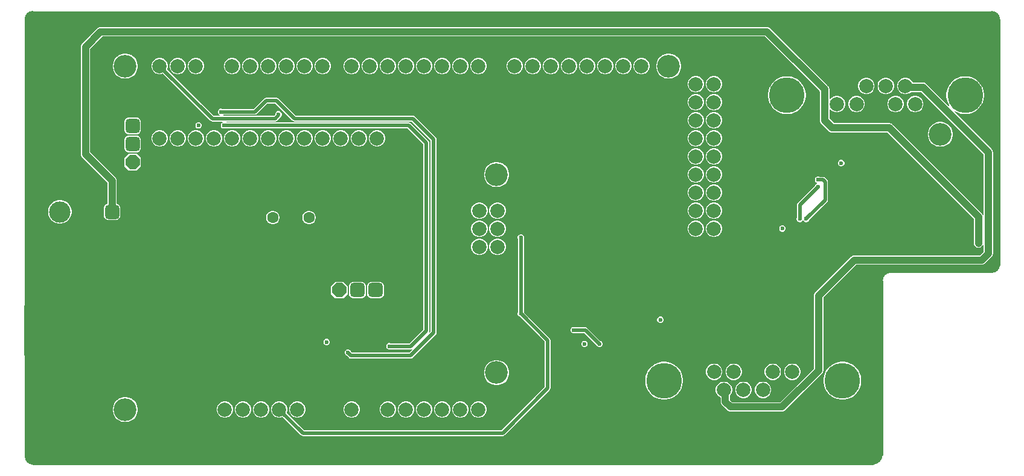
<source format=gbl>
G04*
G04 #@! TF.GenerationSoftware,Altium Limited,Altium Designer,22.0.2 (36)*
G04*
G04 Layer_Physical_Order=4*
G04 Layer_Color=16711680*
%FSLAX44Y44*%
%MOMM*%
G71*
G04*
G04 #@! TF.SameCoordinates,2F7B36FA-1CAB-4409-8D5E-7B144DD93BD5*
G04*
G04*
G04 #@! TF.FilePolarity,Positive*
G04*
G01*
G75*
%ADD10C,0.1500*%
%ADD12C,0.2540*%
%ADD24R,5.8000X2.4000*%
%ADD42C,0.6000*%
%ADD43C,2.0000*%
%ADD44C,5.0000*%
%ADD45C,3.2000*%
G04:AMPARAMS|DCode=46|XSize=2.032mm|YSize=2.032mm|CornerRadius=0.508mm|HoleSize=0mm|Usage=FLASHONLY|Rotation=270.000|XOffset=0mm|YOffset=0mm|HoleType=Round|Shape=RoundedRectangle|*
%AMROUNDEDRECTD46*
21,1,2.0320,1.0160,0,0,270.0*
21,1,1.0160,2.0320,0,0,270.0*
1,1,1.0160,-0.5080,-0.5080*
1,1,1.0160,-0.5080,0.5080*
1,1,1.0160,0.5080,0.5080*
1,1,1.0160,0.5080,-0.5080*
%
%ADD46ROUNDEDRECTD46*%
%ADD47P,2.1994X8X292.5*%
%ADD48P,2.1994X8X202.5*%
G04:AMPARAMS|DCode=49|XSize=2.032mm|YSize=2.032mm|CornerRadius=0.508mm|HoleSize=0mm|Usage=FLASHONLY|Rotation=180.000|XOffset=0mm|YOffset=0mm|HoleType=Round|Shape=RoundedRectangle|*
%AMROUNDEDRECTD49*
21,1,2.0320,1.0160,0,0,180.0*
21,1,1.0160,2.0320,0,0,180.0*
1,1,1.0160,-0.5080,0.5080*
1,1,1.0160,0.5080,0.5080*
1,1,1.0160,0.5080,-0.5080*
1,1,1.0160,-0.5080,-0.5080*
%
%ADD49ROUNDEDRECTD49*%
%ADD50C,1.6000*%
%ADD53C,0.5000*%
%ADD58C,1.0000*%
%ADD60C,3.0000*%
G36*
X1357917Y634616D02*
X1359737Y633862D01*
X1361375Y632768D01*
X1362767Y631375D01*
X1363862Y629737D01*
X1364615Y627917D01*
X1365000Y625985D01*
Y625000D01*
Y279250D01*
Y278296D01*
X1364628Y276425D01*
X1363898Y274662D01*
X1362838Y273076D01*
X1361488Y271727D01*
X1359902Y270667D01*
X1358139Y269937D01*
X1356268Y269564D01*
X1213316D01*
X1212071Y269503D01*
X1209629Y269018D01*
X1207329Y268065D01*
X1205259Y266682D01*
X1203499Y264921D01*
X1202115Y262851D01*
X1201163Y260551D01*
X1200677Y258109D01*
X1200616Y256864D01*
Y12748D01*
Y11492D01*
X1200126Y9029D01*
X1199165Y6709D01*
X1197770Y4622D01*
X1195994Y2846D01*
X1193906Y1451D01*
X1191587Y490D01*
X1189124Y0D01*
X8261D01*
X6491Y352D01*
X4823Y1043D01*
X3322Y2046D01*
X2046Y3322D01*
X1043Y4823D01*
X352Y6491D01*
X0Y8261D01*
Y9164D01*
Y625274D01*
Y626232D01*
X374Y628111D01*
X1107Y629881D01*
X2171Y631474D01*
X3526Y632829D01*
X5119Y633893D01*
X6889Y634626D01*
X8768Y635000D01*
X1355985D01*
X1357917Y634616D01*
D02*
G37*
%LPC*%
G36*
X418079Y570300D02*
X415051D01*
X412126Y569516D01*
X409504Y568002D01*
X407363Y565861D01*
X405849Y563239D01*
X405065Y560314D01*
Y557286D01*
X405849Y554361D01*
X407363Y551739D01*
X409504Y549598D01*
X412126Y548083D01*
X415051Y547300D01*
X418079D01*
X421004Y548083D01*
X423626Y549598D01*
X425767Y551739D01*
X427281Y554361D01*
X428065Y557286D01*
Y560314D01*
X427281Y563239D01*
X425767Y565861D01*
X423626Y568002D01*
X421004Y569516D01*
X418079Y570300D01*
D02*
G37*
G36*
X392679D02*
X389651D01*
X386726Y569516D01*
X384104Y568002D01*
X381963Y565861D01*
X380449Y563239D01*
X379665Y560314D01*
Y557286D01*
X380449Y554361D01*
X381963Y551739D01*
X384104Y549598D01*
X386726Y548083D01*
X389651Y547300D01*
X392679D01*
X395604Y548083D01*
X398226Y549598D01*
X400367Y551739D01*
X401881Y554361D01*
X402665Y557286D01*
Y560314D01*
X401881Y563239D01*
X400367Y565861D01*
X398226Y568002D01*
X395604Y569516D01*
X392679Y570300D01*
D02*
G37*
G36*
X367279D02*
X364251D01*
X361326Y569516D01*
X358704Y568002D01*
X356563Y565861D01*
X355049Y563239D01*
X354265Y560314D01*
Y557286D01*
X355049Y554361D01*
X356563Y551739D01*
X358704Y549598D01*
X361326Y548083D01*
X364251Y547300D01*
X367279D01*
X370204Y548083D01*
X372826Y549598D01*
X374967Y551739D01*
X376481Y554361D01*
X377265Y557286D01*
Y560314D01*
X376481Y563239D01*
X374967Y565861D01*
X372826Y568002D01*
X370204Y569516D01*
X367279Y570300D01*
D02*
G37*
G36*
X341879D02*
X338851D01*
X335926Y569516D01*
X333304Y568002D01*
X331163Y565861D01*
X329649Y563239D01*
X328865Y560314D01*
Y557286D01*
X329649Y554361D01*
X331163Y551739D01*
X333304Y549598D01*
X335926Y548083D01*
X338851Y547300D01*
X341879D01*
X344804Y548083D01*
X347426Y549598D01*
X349567Y551739D01*
X351081Y554361D01*
X351865Y557286D01*
Y560314D01*
X351081Y563239D01*
X349567Y565861D01*
X347426Y568002D01*
X344804Y569516D01*
X341879Y570300D01*
D02*
G37*
G36*
X316479D02*
X313451D01*
X310526Y569516D01*
X307904Y568002D01*
X305763Y565861D01*
X304249Y563239D01*
X303465Y560314D01*
Y557286D01*
X304249Y554361D01*
X305763Y551739D01*
X307904Y549598D01*
X310526Y548083D01*
X313451Y547300D01*
X316479D01*
X319404Y548083D01*
X322026Y549598D01*
X324167Y551739D01*
X325681Y554361D01*
X326465Y557286D01*
Y560314D01*
X325681Y563239D01*
X324167Y565861D01*
X322026Y568002D01*
X319404Y569516D01*
X316479Y570300D01*
D02*
G37*
G36*
X291079D02*
X288051D01*
X285126Y569516D01*
X282504Y568002D01*
X280363Y565861D01*
X278849Y563239D01*
X278065Y560314D01*
Y557286D01*
X278849Y554361D01*
X280363Y551739D01*
X282504Y549598D01*
X285126Y548083D01*
X288051Y547300D01*
X291079D01*
X294004Y548083D01*
X296626Y549598D01*
X298767Y551739D01*
X300281Y554361D01*
X301065Y557286D01*
Y560314D01*
X300281Y563239D01*
X298767Y565861D01*
X296626Y568002D01*
X294004Y569516D01*
X291079Y570300D01*
D02*
G37*
G36*
X240279D02*
X237251D01*
X234326Y569516D01*
X231704Y568002D01*
X229563Y565861D01*
X228049Y563239D01*
X227265Y560314D01*
Y557286D01*
X228049Y554361D01*
X229563Y551739D01*
X231704Y549598D01*
X234326Y548083D01*
X237251Y547300D01*
X240279D01*
X243204Y548083D01*
X245826Y549598D01*
X247967Y551739D01*
X249481Y554361D01*
X250265Y557286D01*
Y560314D01*
X249481Y563239D01*
X247967Y565861D01*
X245826Y568002D01*
X243204Y569516D01*
X240279Y570300D01*
D02*
G37*
G36*
X214879D02*
X211851D01*
X208926Y569516D01*
X206304Y568002D01*
X204163Y565861D01*
X202649Y563239D01*
X201865Y560314D01*
Y557286D01*
X202649Y554361D01*
X204163Y551739D01*
X206304Y549598D01*
X208926Y548083D01*
X211851Y547300D01*
X214879D01*
X217804Y548083D01*
X220426Y549598D01*
X222567Y551739D01*
X224081Y554361D01*
X224865Y557286D01*
Y560314D01*
X224081Y563239D01*
X222567Y565861D01*
X220426Y568002D01*
X217804Y569516D01*
X214879Y570300D01*
D02*
G37*
G36*
X865119Y570300D02*
X862091D01*
X859166Y569516D01*
X856544Y568002D01*
X854403Y565861D01*
X852889Y563239D01*
X852105Y560314D01*
Y557286D01*
X852889Y554361D01*
X854403Y551739D01*
X856544Y549598D01*
X859166Y548083D01*
X862091Y547300D01*
X865119D01*
X868044Y548083D01*
X870666Y549598D01*
X872807Y551739D01*
X874321Y554361D01*
X875105Y557286D01*
Y560314D01*
X874321Y563239D01*
X872807Y565861D01*
X870666Y568002D01*
X868044Y569516D01*
X865119Y570300D01*
D02*
G37*
G36*
X839719D02*
X836691D01*
X833766Y569516D01*
X831144Y568002D01*
X829003Y565861D01*
X827489Y563239D01*
X826705Y560314D01*
Y557286D01*
X827489Y554361D01*
X829003Y551739D01*
X831144Y549598D01*
X833766Y548083D01*
X836691Y547300D01*
X839719D01*
X842644Y548083D01*
X845266Y549598D01*
X847407Y551739D01*
X848921Y554361D01*
X849705Y557286D01*
Y560314D01*
X848921Y563239D01*
X847407Y565861D01*
X845266Y568002D01*
X842644Y569516D01*
X839719Y570300D01*
D02*
G37*
G36*
X814319D02*
X811291D01*
X808366Y569516D01*
X805744Y568002D01*
X803603Y565861D01*
X802089Y563239D01*
X801305Y560314D01*
Y557286D01*
X802089Y554361D01*
X803603Y551739D01*
X805744Y549598D01*
X808366Y548083D01*
X811291Y547300D01*
X814319D01*
X817244Y548083D01*
X819866Y549598D01*
X822007Y551739D01*
X823521Y554361D01*
X824305Y557286D01*
Y560314D01*
X823521Y563239D01*
X822007Y565861D01*
X819866Y568002D01*
X817244Y569516D01*
X814319Y570300D01*
D02*
G37*
G36*
X788919D02*
X785891D01*
X782966Y569516D01*
X780344Y568002D01*
X778203Y565861D01*
X776689Y563239D01*
X775905Y560314D01*
Y557286D01*
X776689Y554361D01*
X778203Y551739D01*
X780344Y549598D01*
X782966Y548083D01*
X785891Y547300D01*
X788919D01*
X791844Y548083D01*
X794466Y549598D01*
X796607Y551739D01*
X798121Y554361D01*
X798905Y557286D01*
Y560314D01*
X798121Y563239D01*
X796607Y565861D01*
X794466Y568002D01*
X791844Y569516D01*
X788919Y570300D01*
D02*
G37*
G36*
X763519D02*
X760491D01*
X757566Y569516D01*
X754944Y568002D01*
X752803Y565861D01*
X751289Y563239D01*
X750505Y560314D01*
Y557286D01*
X751289Y554361D01*
X752803Y551739D01*
X754944Y549598D01*
X757566Y548083D01*
X760491Y547300D01*
X763519D01*
X766444Y548083D01*
X769066Y549598D01*
X771207Y551739D01*
X772721Y554361D01*
X773505Y557286D01*
Y560314D01*
X772721Y563239D01*
X771207Y565861D01*
X769066Y568002D01*
X766444Y569516D01*
X763519Y570300D01*
D02*
G37*
G36*
X738119D02*
X735091D01*
X732166Y569516D01*
X729544Y568002D01*
X727403Y565861D01*
X725889Y563239D01*
X725105Y560314D01*
Y557286D01*
X725889Y554361D01*
X727403Y551739D01*
X729544Y549598D01*
X732166Y548083D01*
X735091Y547300D01*
X738119D01*
X741044Y548083D01*
X743666Y549598D01*
X745807Y551739D01*
X747321Y554361D01*
X748105Y557286D01*
Y560314D01*
X747321Y563239D01*
X745807Y565861D01*
X743666Y568002D01*
X741044Y569516D01*
X738119Y570300D01*
D02*
G37*
G36*
X712719D02*
X709691D01*
X706766Y569516D01*
X704144Y568002D01*
X702003Y565861D01*
X700489Y563239D01*
X699705Y560314D01*
Y557286D01*
X700489Y554361D01*
X702003Y551739D01*
X704144Y549598D01*
X706766Y548083D01*
X709691Y547300D01*
X712719D01*
X715644Y548083D01*
X718266Y549598D01*
X720407Y551739D01*
X721921Y554361D01*
X722705Y557286D01*
Y560314D01*
X721921Y563239D01*
X720407Y565861D01*
X718266Y568002D01*
X715644Y569516D01*
X712719Y570300D01*
D02*
G37*
G36*
X687319D02*
X684291D01*
X681366Y569516D01*
X678744Y568002D01*
X676603Y565861D01*
X675089Y563239D01*
X674305Y560314D01*
Y557286D01*
X675089Y554361D01*
X676603Y551739D01*
X678744Y549598D01*
X681366Y548083D01*
X684291Y547300D01*
X687319D01*
X690244Y548083D01*
X692866Y549598D01*
X695007Y551739D01*
X696521Y554361D01*
X697305Y557286D01*
Y560314D01*
X696521Y563239D01*
X695007Y565861D01*
X692866Y568002D01*
X690244Y569516D01*
X687319Y570300D01*
D02*
G37*
G36*
X636519D02*
X633491D01*
X630566Y569516D01*
X627944Y568002D01*
X625803Y565861D01*
X624289Y563239D01*
X623505Y560314D01*
Y557286D01*
X624289Y554361D01*
X625803Y551739D01*
X627944Y549598D01*
X630566Y548083D01*
X633491Y547300D01*
X636519D01*
X639444Y548083D01*
X642066Y549598D01*
X644207Y551739D01*
X645721Y554361D01*
X646505Y557286D01*
Y560314D01*
X645721Y563239D01*
X644207Y565861D01*
X642066Y568002D01*
X639444Y569516D01*
X636519Y570300D01*
D02*
G37*
G36*
X611119D02*
X608091D01*
X605166Y569516D01*
X602544Y568002D01*
X600403Y565861D01*
X598889Y563239D01*
X598105Y560314D01*
Y557286D01*
X598889Y554361D01*
X600403Y551739D01*
X602544Y549598D01*
X605166Y548083D01*
X608091Y547300D01*
X611119D01*
X614044Y548083D01*
X616666Y549598D01*
X618807Y551739D01*
X620321Y554361D01*
X621105Y557286D01*
Y560314D01*
X620321Y563239D01*
X618807Y565861D01*
X616666Y568002D01*
X614044Y569516D01*
X611119Y570300D01*
D02*
G37*
G36*
X585719D02*
X582691D01*
X579766Y569516D01*
X577144Y568002D01*
X575003Y565861D01*
X573489Y563239D01*
X572705Y560314D01*
Y557286D01*
X573489Y554361D01*
X575003Y551739D01*
X577144Y549598D01*
X579766Y548083D01*
X582691Y547300D01*
X585719D01*
X588644Y548083D01*
X591266Y549598D01*
X593407Y551739D01*
X594921Y554361D01*
X595705Y557286D01*
Y560314D01*
X594921Y563239D01*
X593407Y565861D01*
X591266Y568002D01*
X588644Y569516D01*
X585719Y570300D01*
D02*
G37*
G36*
X560319D02*
X557291D01*
X554366Y569516D01*
X551744Y568002D01*
X549603Y565861D01*
X548089Y563239D01*
X547305Y560314D01*
Y557286D01*
X548089Y554361D01*
X549603Y551739D01*
X551744Y549598D01*
X554366Y548083D01*
X557291Y547300D01*
X560319D01*
X563244Y548083D01*
X565866Y549598D01*
X568007Y551739D01*
X569521Y554361D01*
X570305Y557286D01*
Y560314D01*
X569521Y563239D01*
X568007Y565861D01*
X565866Y568002D01*
X563244Y569516D01*
X560319Y570300D01*
D02*
G37*
G36*
X534919D02*
X531891D01*
X528966Y569516D01*
X526344Y568002D01*
X524203Y565861D01*
X522689Y563239D01*
X521905Y560314D01*
Y557286D01*
X522689Y554361D01*
X524203Y551739D01*
X526344Y549598D01*
X528966Y548083D01*
X531891Y547300D01*
X534919D01*
X537844Y548083D01*
X540466Y549598D01*
X542607Y551739D01*
X544121Y554361D01*
X544905Y557286D01*
Y560314D01*
X544121Y563239D01*
X542607Y565861D01*
X540466Y568002D01*
X537844Y569516D01*
X534919Y570300D01*
D02*
G37*
G36*
X509519D02*
X506491D01*
X503566Y569516D01*
X500944Y568002D01*
X498803Y565861D01*
X497289Y563239D01*
X496505Y560314D01*
Y557286D01*
X497289Y554361D01*
X498803Y551739D01*
X500944Y549598D01*
X503566Y548083D01*
X506491Y547300D01*
X509519D01*
X512444Y548083D01*
X515066Y549598D01*
X517207Y551739D01*
X518721Y554361D01*
X519505Y557286D01*
Y560314D01*
X518721Y563239D01*
X517207Y565861D01*
X515066Y568002D01*
X512444Y569516D01*
X509519Y570300D01*
D02*
G37*
G36*
X484119D02*
X481091D01*
X478166Y569516D01*
X475544Y568002D01*
X473403Y565861D01*
X471889Y563239D01*
X471105Y560314D01*
Y557286D01*
X471889Y554361D01*
X473403Y551739D01*
X475544Y549598D01*
X478166Y548083D01*
X481091Y547300D01*
X484119D01*
X487044Y548083D01*
X489666Y549598D01*
X491807Y551739D01*
X493321Y554361D01*
X494105Y557286D01*
Y560314D01*
X493321Y563239D01*
X491807Y565861D01*
X489666Y568002D01*
X487044Y569516D01*
X484119Y570300D01*
D02*
G37*
G36*
X458719D02*
X455691D01*
X452766Y569516D01*
X450144Y568002D01*
X448003Y565861D01*
X446489Y563239D01*
X445705Y560314D01*
Y557286D01*
X446489Y554361D01*
X448003Y551739D01*
X450144Y549598D01*
X452766Y548083D01*
X455691Y547300D01*
X458719D01*
X461644Y548083D01*
X464266Y549598D01*
X466407Y551739D01*
X467921Y554361D01*
X468705Y557286D01*
Y560314D01*
X467921Y563239D01*
X466407Y565861D01*
X464266Y568002D01*
X461644Y569516D01*
X458719Y570300D01*
D02*
G37*
G36*
X903423Y576300D02*
X899976D01*
X896595Y575627D01*
X893410Y574308D01*
X890544Y572393D01*
X888106Y569955D01*
X886191Y567089D01*
X884872Y563904D01*
X884199Y560523D01*
Y557076D01*
X884872Y553695D01*
X886191Y550510D01*
X888106Y547644D01*
X890544Y545207D01*
X893410Y543292D01*
X896595Y541972D01*
X899976Y541300D01*
X903423D01*
X906804Y541972D01*
X909989Y543292D01*
X912855Y545207D01*
X915292Y547644D01*
X917207Y550510D01*
X918527Y553695D01*
X919199Y557076D01*
Y560523D01*
X918527Y563904D01*
X917207Y567089D01*
X915292Y569955D01*
X912855Y572393D01*
X909989Y574308D01*
X906804Y575627D01*
X903423Y576300D01*
D02*
G37*
G36*
X141423Y576299D02*
X137976D01*
X134595Y575627D01*
X131410Y574308D01*
X128544Y572392D01*
X126106Y569955D01*
X124191Y567089D01*
X122872Y563904D01*
X122199Y560523D01*
Y557076D01*
X122872Y553695D01*
X124191Y550510D01*
X126106Y547644D01*
X128544Y545206D01*
X131410Y543291D01*
X134595Y541972D01*
X137976Y541299D01*
X141423D01*
X144804Y541972D01*
X147989Y543291D01*
X150855Y545206D01*
X153292Y547644D01*
X155208Y550510D01*
X156527Y553695D01*
X157199Y557076D01*
Y560523D01*
X156527Y563904D01*
X155208Y567089D01*
X153292Y569955D01*
X150855Y572392D01*
X147989Y574308D01*
X144804Y575627D01*
X141423Y576299D01*
D02*
G37*
G36*
X966714Y544900D02*
X963686D01*
X960761Y544116D01*
X958139Y542602D01*
X955998Y540461D01*
X954484Y537839D01*
X953700Y534914D01*
Y531886D01*
X954484Y528961D01*
X955998Y526339D01*
X958139Y524198D01*
X960761Y522684D01*
X963686Y521900D01*
X966714D01*
X969639Y522684D01*
X972261Y524198D01*
X974402Y526339D01*
X975916Y528961D01*
X976700Y531886D01*
Y534914D01*
X975916Y537839D01*
X974402Y540461D01*
X972261Y542602D01*
X969639Y544116D01*
X966714Y544900D01*
D02*
G37*
G36*
X941314D02*
X938286D01*
X935361Y544116D01*
X932739Y542602D01*
X930598Y540461D01*
X929084Y537839D01*
X928300Y534914D01*
Y531886D01*
X929084Y528961D01*
X930598Y526339D01*
X932739Y524198D01*
X935361Y522684D01*
X938286Y521900D01*
X941314D01*
X944239Y522684D01*
X946861Y524198D01*
X949002Y526339D01*
X950516Y528961D01*
X951300Y531886D01*
Y534914D01*
X950516Y537839D01*
X949002Y540461D01*
X946861Y542602D01*
X944239Y544116D01*
X941314Y544900D01*
D02*
G37*
G36*
X1207708Y542373D02*
X1204680D01*
X1201755Y541589D01*
X1199133Y540075D01*
X1196992Y537934D01*
X1195478Y535312D01*
X1194694Y532387D01*
Y529359D01*
X1195478Y526434D01*
X1196992Y523812D01*
X1199133Y521671D01*
X1201755Y520157D01*
X1204680Y519373D01*
X1207708D01*
X1210633Y520157D01*
X1213255Y521671D01*
X1215397Y523812D01*
X1216911Y526434D01*
X1217694Y529359D01*
Y532387D01*
X1216911Y535312D01*
X1215397Y537934D01*
X1213255Y540075D01*
X1210633Y541589D01*
X1207708Y542373D01*
D02*
G37*
G36*
X1180308D02*
X1177280D01*
X1174355Y541589D01*
X1171733Y540075D01*
X1169592Y537934D01*
X1168078Y535312D01*
X1167294Y532387D01*
Y529359D01*
X1168078Y526434D01*
X1169592Y523812D01*
X1171733Y521671D01*
X1174355Y520157D01*
X1177280Y519373D01*
X1180308D01*
X1183233Y520157D01*
X1185855Y521671D01*
X1187997Y523812D01*
X1189511Y526434D01*
X1190294Y529359D01*
Y532387D01*
X1189511Y535312D01*
X1187997Y537934D01*
X1185855Y540075D01*
X1183233Y541589D01*
X1180308Y542373D01*
D02*
G37*
G36*
X966714Y519500D02*
X963686D01*
X960761Y518716D01*
X958139Y517202D01*
X955998Y515061D01*
X954484Y512439D01*
X953700Y509514D01*
Y506486D01*
X954484Y503561D01*
X955998Y500939D01*
X958139Y498798D01*
X960761Y497284D01*
X963686Y496500D01*
X966714D01*
X969639Y497284D01*
X972261Y498798D01*
X974402Y500939D01*
X975916Y503561D01*
X976700Y506486D01*
Y509514D01*
X975916Y512439D01*
X974402Y515061D01*
X972261Y517202D01*
X969639Y518716D01*
X966714Y519500D01*
D02*
G37*
G36*
X941314D02*
X938286D01*
X935361Y518716D01*
X932739Y517202D01*
X930598Y515061D01*
X929084Y512439D01*
X928300Y509514D01*
Y506486D01*
X929084Y503561D01*
X930598Y500939D01*
X932739Y498798D01*
X935361Y497284D01*
X938286Y496500D01*
X941314D01*
X944239Y497284D01*
X946861Y498798D01*
X949002Y500939D01*
X950516Y503561D01*
X951300Y506486D01*
Y509514D01*
X950516Y512439D01*
X949002Y515061D01*
X946861Y517202D01*
X944239Y518716D01*
X941314Y519500D01*
D02*
G37*
G36*
X1248808Y516973D02*
X1245780D01*
X1242855Y516189D01*
X1240233Y514675D01*
X1238092Y512534D01*
X1236578Y509912D01*
X1235794Y506987D01*
Y503959D01*
X1236578Y501034D01*
X1238092Y498412D01*
X1240233Y496271D01*
X1242855Y494757D01*
X1245780Y493973D01*
X1248808D01*
X1251733Y494757D01*
X1254355Y496271D01*
X1256497Y498412D01*
X1258011Y501034D01*
X1258794Y503959D01*
Y506987D01*
X1258011Y509912D01*
X1256497Y512534D01*
X1254355Y514675D01*
X1251733Y516189D01*
X1248808Y516973D01*
D02*
G37*
G36*
X1221408D02*
X1218380D01*
X1215455Y516189D01*
X1212833Y514675D01*
X1210692Y512534D01*
X1209178Y509912D01*
X1208394Y506987D01*
Y503959D01*
X1209178Y501034D01*
X1210692Y498412D01*
X1212833Y496271D01*
X1215455Y494757D01*
X1218380Y493973D01*
X1221408D01*
X1224333Y494757D01*
X1226955Y496271D01*
X1229097Y498412D01*
X1230611Y501034D01*
X1231394Y503959D01*
Y506987D01*
X1230611Y509912D01*
X1229097Y512534D01*
X1226955Y514675D01*
X1224333Y516189D01*
X1221408Y516973D01*
D02*
G37*
G36*
X1166608D02*
X1163580D01*
X1160655Y516189D01*
X1158033Y514675D01*
X1155892Y512534D01*
X1154378Y509912D01*
X1153594Y506987D01*
Y503959D01*
X1154378Y501034D01*
X1155892Y498412D01*
X1158033Y496271D01*
X1160655Y494757D01*
X1163580Y493973D01*
X1166608D01*
X1169533Y494757D01*
X1172155Y496271D01*
X1174297Y498412D01*
X1175811Y501034D01*
X1176594Y503959D01*
Y506987D01*
X1175811Y509912D01*
X1174297Y512534D01*
X1172155Y514675D01*
X1169533Y516189D01*
X1166608Y516973D01*
D02*
G37*
G36*
X1039587Y613556D02*
X105000D01*
X103303Y613333D01*
X101722Y612678D01*
X100364Y611636D01*
X79364Y590636D01*
X78322Y589278D01*
X77667Y587697D01*
X77444Y586000D01*
Y435000D01*
X77667Y433303D01*
X78322Y431722D01*
X79364Y430364D01*
X114644Y395084D01*
Y365529D01*
X114355Y365491D01*
X112754Y364828D01*
X111379Y363773D01*
X110325Y362398D01*
X109662Y360798D01*
X109436Y359080D01*
Y348920D01*
X109662Y347202D01*
X110325Y345602D01*
X111379Y344227D01*
X112754Y343172D01*
X114355Y342509D01*
X116072Y342283D01*
X126232D01*
X127950Y342509D01*
X129551Y343172D01*
X130925Y344227D01*
X131980Y345602D01*
X132643Y347202D01*
X132869Y348920D01*
Y359080D01*
X132643Y360798D01*
X131980Y362398D01*
X130925Y363773D01*
X129551Y364828D01*
X127950Y365491D01*
X127756Y365516D01*
Y397800D01*
X127533Y399497D01*
X126878Y401078D01*
X125836Y402436D01*
X90556Y437716D01*
Y583284D01*
X107716Y600444D01*
X1036871D01*
X1113944Y523371D01*
Y482500D01*
X1114167Y480803D01*
X1114822Y479222D01*
X1115864Y477864D01*
X1126364Y467364D01*
X1127722Y466322D01*
X1129303Y465667D01*
X1131000Y465444D01*
X1208284D01*
X1329512Y344216D01*
Y310000D01*
X1329736Y308303D01*
X1330391Y306722D01*
X1331432Y305364D01*
X1332790Y304322D01*
X1334371Y303667D01*
X1336068Y303444D01*
X1337765Y303667D01*
X1339346Y304322D01*
X1340704Y305364D01*
X1341746Y306722D01*
X1342174Y307755D01*
X1343444Y307502D01*
Y298079D01*
X1338171Y292806D01*
X1162245D01*
X1160548Y292583D01*
X1158967Y291928D01*
X1157609Y290886D01*
X1107372Y240648D01*
X1106330Y239291D01*
X1105675Y237709D01*
X1105452Y236012D01*
Y133738D01*
X1058009Y86295D01*
X991006D01*
X987660Y89642D01*
Y95945D01*
X988393Y96678D01*
X989907Y99300D01*
X990690Y102225D01*
Y105253D01*
X989907Y108178D01*
X988393Y110801D01*
X986252Y112942D01*
X983629Y114456D01*
X980704Y115239D01*
X977676D01*
X974752Y114456D01*
X972129Y112942D01*
X969988Y110801D01*
X968474Y108178D01*
X967690Y105253D01*
Y102225D01*
X968474Y99300D01*
X969988Y96678D01*
X972129Y94537D01*
X974548Y93141D01*
Y86926D01*
X974771Y85229D01*
X975426Y83648D01*
X976468Y82290D01*
X983654Y75104D01*
X985012Y74062D01*
X986593Y73407D01*
X988290Y73183D01*
X1060725D01*
X1062422Y73407D01*
X1064003Y74062D01*
X1065361Y75104D01*
X1116643Y126386D01*
X1117685Y127744D01*
X1118340Y129325D01*
X1118564Y131022D01*
Y233297D01*
X1164961Y279694D01*
X1340887D01*
X1342583Y279917D01*
X1344165Y280572D01*
X1345522Y281614D01*
X1354636Y290728D01*
X1355678Y292085D01*
X1356333Y293666D01*
X1356556Y295363D01*
Y344150D01*
Y437609D01*
X1356333Y439306D01*
X1355678Y440887D01*
X1354636Y442245D01*
X1302278Y494603D01*
X1303105Y495572D01*
X1303605Y495208D01*
X1307322Y493315D01*
X1311289Y492025D01*
X1315409Y491373D01*
X1319580D01*
X1323700Y492025D01*
X1327667Y493315D01*
X1331383Y495208D01*
X1334758Y497660D01*
X1337707Y500609D01*
X1340159Y503984D01*
X1342053Y507701D01*
X1343342Y511668D01*
X1343994Y515787D01*
Y519959D01*
X1343342Y524078D01*
X1342053Y528046D01*
X1340159Y531762D01*
X1337707Y535137D01*
X1334758Y538086D01*
X1331383Y540538D01*
X1327667Y542431D01*
X1323700Y543721D01*
X1319580Y544373D01*
X1315409D01*
X1311289Y543721D01*
X1307322Y542431D01*
X1303605Y540538D01*
X1300231Y538086D01*
X1297281Y535137D01*
X1294829Y531762D01*
X1292936Y528046D01*
X1291647Y524078D01*
X1290994Y519959D01*
Y515787D01*
X1291647Y511668D01*
X1292936Y507701D01*
X1294829Y503984D01*
X1295193Y503484D01*
X1294224Y502656D01*
X1263230Y533650D01*
X1261872Y534692D01*
X1260291Y535347D01*
X1258594Y535571D01*
X1244161D01*
X1242796Y537934D01*
X1240655Y540075D01*
X1238033Y541589D01*
X1235108Y542373D01*
X1232080D01*
X1229155Y541589D01*
X1226533Y540075D01*
X1224392Y537934D01*
X1222878Y535312D01*
X1222094Y532387D01*
Y529359D01*
X1222878Y526434D01*
X1224392Y523812D01*
X1226533Y521671D01*
X1229155Y520157D01*
X1232080Y519373D01*
X1235108D01*
X1238033Y520157D01*
X1240655Y521671D01*
X1241443Y522458D01*
X1255879D01*
X1343444Y434893D01*
Y349429D01*
X1342174Y349177D01*
X1341746Y350210D01*
X1340704Y351567D01*
X1215636Y476636D01*
X1214278Y477678D01*
X1212697Y478333D01*
X1211000Y478556D01*
X1133716D01*
X1127056Y485216D01*
Y498445D01*
X1128283Y498774D01*
X1128492Y498412D01*
X1130633Y496271D01*
X1133255Y494757D01*
X1136180Y493973D01*
X1139208D01*
X1142133Y494757D01*
X1144755Y496271D01*
X1146897Y498412D01*
X1148411Y501034D01*
X1149194Y503959D01*
Y506987D01*
X1148411Y509912D01*
X1146897Y512534D01*
X1144755Y514675D01*
X1142133Y516189D01*
X1139208Y516973D01*
X1136180D01*
X1133255Y516189D01*
X1130633Y514675D01*
X1128492Y512534D01*
X1128283Y512172D01*
X1127056Y512501D01*
Y526087D01*
X1126833Y527784D01*
X1126178Y529365D01*
X1125136Y530723D01*
X1044222Y611636D01*
X1042865Y612678D01*
X1041283Y613333D01*
X1039587Y613556D01*
D02*
G37*
G36*
X1069580Y544373D02*
X1065409D01*
X1061289Y543721D01*
X1057322Y542431D01*
X1053605Y540538D01*
X1050231Y538086D01*
X1047281Y535137D01*
X1044829Y531762D01*
X1042936Y528046D01*
X1041647Y524078D01*
X1040994Y519959D01*
Y515787D01*
X1041647Y511668D01*
X1042936Y507701D01*
X1044829Y503984D01*
X1047281Y500609D01*
X1050231Y497660D01*
X1053605Y495208D01*
X1057322Y493315D01*
X1061289Y492025D01*
X1065409Y491373D01*
X1069580D01*
X1073700Y492025D01*
X1077667Y493315D01*
X1081383Y495208D01*
X1084758Y497660D01*
X1087707Y500609D01*
X1090159Y503984D01*
X1092053Y507701D01*
X1093342Y511668D01*
X1093994Y515787D01*
Y519959D01*
X1093342Y524078D01*
X1092053Y528046D01*
X1090159Y531762D01*
X1087707Y535137D01*
X1084758Y538086D01*
X1081383Y540538D01*
X1077667Y542431D01*
X1073700Y543721D01*
X1069580Y544373D01*
D02*
G37*
G36*
X966714Y494100D02*
X963686D01*
X960761Y493316D01*
X958139Y491802D01*
X955998Y489661D01*
X954484Y487039D01*
X953700Y484114D01*
Y481086D01*
X954484Y478161D01*
X955998Y475539D01*
X958139Y473398D01*
X960761Y471884D01*
X963686Y471100D01*
X966714D01*
X969639Y471884D01*
X972261Y473398D01*
X974402Y475539D01*
X975916Y478161D01*
X976700Y481086D01*
Y484114D01*
X975916Y487039D01*
X974402Y489661D01*
X972261Y491802D01*
X969639Y493316D01*
X966714Y494100D01*
D02*
G37*
G36*
X941314D02*
X938286D01*
X935361Y493316D01*
X932739Y491802D01*
X930598Y489661D01*
X929084Y487039D01*
X928300Y484114D01*
Y481086D01*
X929084Y478161D01*
X930598Y475539D01*
X932739Y473398D01*
X935361Y471884D01*
X938286Y471100D01*
X941314D01*
X944239Y471884D01*
X946861Y473398D01*
X949002Y475539D01*
X950516Y478161D01*
X951300Y481086D01*
Y484114D01*
X950516Y487039D01*
X949002Y489661D01*
X946861Y491802D01*
X944239Y493316D01*
X941314Y494100D01*
D02*
G37*
G36*
X243395Y480000D02*
X241605D01*
X239951Y479315D01*
X238685Y478049D01*
X238000Y476395D01*
Y474605D01*
X238685Y472951D01*
X239951Y471685D01*
X241605Y471000D01*
X243395D01*
X245049Y471685D01*
X246315Y472951D01*
X247000Y474605D01*
Y476395D01*
X246315Y478049D01*
X245049Y479315D01*
X243395Y480000D01*
D02*
G37*
G36*
X155080Y486417D02*
X144920D01*
X143202Y486191D01*
X141602Y485528D01*
X140227Y484473D01*
X139172Y483098D01*
X138509Y481498D01*
X138283Y479780D01*
Y469620D01*
X138509Y467902D01*
X139172Y466302D01*
X140227Y464927D01*
X141602Y463872D01*
X143202Y463209D01*
X144920Y462983D01*
X155080D01*
X156798Y463209D01*
X158398Y463872D01*
X159773Y464927D01*
X160828Y466302D01*
X161491Y467902D01*
X161717Y469620D01*
Y479780D01*
X161491Y481498D01*
X160828Y483098D01*
X159773Y484473D01*
X158398Y485528D01*
X156798Y486191D01*
X155080Y486417D01*
D02*
G37*
G36*
X494279Y468816D02*
X491251D01*
X488326Y468032D01*
X485704Y466518D01*
X483563Y464377D01*
X482049Y461755D01*
X481265Y458830D01*
Y455802D01*
X482049Y452877D01*
X483563Y450255D01*
X485704Y448114D01*
X488326Y446600D01*
X491251Y445816D01*
X494279D01*
X497204Y446600D01*
X499826Y448114D01*
X501967Y450255D01*
X503481Y452877D01*
X504265Y455802D01*
Y458830D01*
X503481Y461755D01*
X501967Y464377D01*
X499826Y466518D01*
X497204Y468032D01*
X494279Y468816D01*
D02*
G37*
G36*
X966714Y468700D02*
X963686D01*
X960761Y467916D01*
X958139Y466402D01*
X955998Y464261D01*
X954484Y461639D01*
X953700Y458714D01*
Y455686D01*
X954484Y452761D01*
X955998Y450139D01*
X958139Y447998D01*
X960761Y446484D01*
X963686Y445700D01*
X966714D01*
X969639Y446484D01*
X972261Y447998D01*
X974402Y450139D01*
X975916Y452761D01*
X976700Y455686D01*
Y458714D01*
X975916Y461639D01*
X974402Y464261D01*
X972261Y466402D01*
X969639Y467916D01*
X966714Y468700D01*
D02*
G37*
G36*
X941314D02*
X938286D01*
X935361Y467916D01*
X932739Y466402D01*
X930598Y464261D01*
X929084Y461639D01*
X928300Y458714D01*
Y455686D01*
X929084Y452761D01*
X930598Y450139D01*
X932739Y447998D01*
X935361Y446484D01*
X938286Y445700D01*
X941314D01*
X944239Y446484D01*
X946861Y447998D01*
X949002Y450139D01*
X950516Y452761D01*
X951300Y455686D01*
Y458714D01*
X950516Y461639D01*
X949002Y464261D01*
X946861Y466402D01*
X944239Y467916D01*
X941314Y468700D01*
D02*
G37*
G36*
X468879Y468700D02*
X465851D01*
X462926Y467916D01*
X460304Y466402D01*
X458163Y464261D01*
X456649Y461639D01*
X455865Y458714D01*
Y455686D01*
X456649Y452761D01*
X458163Y450139D01*
X460304Y447998D01*
X462926Y446483D01*
X465851Y445700D01*
X468879D01*
X471804Y446483D01*
X474426Y447998D01*
X476567Y450139D01*
X478081Y452761D01*
X478865Y455686D01*
Y458714D01*
X478081Y461639D01*
X476567Y464261D01*
X474426Y466402D01*
X471804Y467916D01*
X468879Y468700D01*
D02*
G37*
G36*
X443479D02*
X440451D01*
X437526Y467916D01*
X434904Y466402D01*
X432763Y464261D01*
X431249Y461639D01*
X430465Y458714D01*
Y455686D01*
X431249Y452761D01*
X432763Y450139D01*
X434904Y447998D01*
X437526Y446483D01*
X440451Y445700D01*
X443479D01*
X446404Y446483D01*
X449026Y447998D01*
X451167Y450139D01*
X452681Y452761D01*
X453465Y455686D01*
Y458714D01*
X452681Y461639D01*
X451167Y464261D01*
X449026Y466402D01*
X446404Y467916D01*
X443479Y468700D01*
D02*
G37*
G36*
X418079D02*
X415051D01*
X412126Y467916D01*
X409504Y466402D01*
X407363Y464261D01*
X405849Y461639D01*
X405065Y458714D01*
Y455686D01*
X405849Y452761D01*
X407363Y450139D01*
X409504Y447998D01*
X412126Y446483D01*
X415051Y445700D01*
X418079D01*
X421004Y446483D01*
X423626Y447998D01*
X425767Y450139D01*
X427281Y452761D01*
X428065Y455686D01*
Y458714D01*
X427281Y461639D01*
X425767Y464261D01*
X423626Y466402D01*
X421004Y467916D01*
X418079Y468700D01*
D02*
G37*
G36*
X392679D02*
X389651D01*
X386726Y467916D01*
X384104Y466402D01*
X381963Y464261D01*
X380449Y461639D01*
X379665Y458714D01*
Y455686D01*
X380449Y452761D01*
X381963Y450139D01*
X384104Y447998D01*
X386726Y446483D01*
X389651Y445700D01*
X392679D01*
X395604Y446483D01*
X398226Y447998D01*
X400367Y450139D01*
X401881Y452761D01*
X402665Y455686D01*
Y458714D01*
X401881Y461639D01*
X400367Y464261D01*
X398226Y466402D01*
X395604Y467916D01*
X392679Y468700D01*
D02*
G37*
G36*
X367279D02*
X364251D01*
X361326Y467916D01*
X358704Y466402D01*
X356563Y464261D01*
X355049Y461639D01*
X354265Y458714D01*
Y455686D01*
X355049Y452761D01*
X356563Y450139D01*
X358704Y447998D01*
X361326Y446483D01*
X364251Y445700D01*
X367279D01*
X370204Y446483D01*
X372826Y447998D01*
X374967Y450139D01*
X376481Y452761D01*
X377265Y455686D01*
Y458714D01*
X376481Y461639D01*
X374967Y464261D01*
X372826Y466402D01*
X370204Y467916D01*
X367279Y468700D01*
D02*
G37*
G36*
X341879D02*
X338851D01*
X335926Y467916D01*
X333304Y466402D01*
X331163Y464261D01*
X329649Y461639D01*
X328865Y458714D01*
Y455686D01*
X329649Y452761D01*
X331163Y450139D01*
X333304Y447998D01*
X335926Y446483D01*
X338851Y445700D01*
X341879D01*
X344804Y446483D01*
X347426Y447998D01*
X349567Y450139D01*
X351081Y452761D01*
X351865Y455686D01*
Y458714D01*
X351081Y461639D01*
X349567Y464261D01*
X347426Y466402D01*
X344804Y467916D01*
X341879Y468700D01*
D02*
G37*
G36*
X316479D02*
X313451D01*
X310526Y467916D01*
X307904Y466402D01*
X305763Y464261D01*
X304249Y461639D01*
X303465Y458714D01*
Y455686D01*
X304249Y452761D01*
X305763Y450139D01*
X307904Y447998D01*
X310526Y446483D01*
X313451Y445700D01*
X316479D01*
X319404Y446483D01*
X322026Y447998D01*
X324167Y450139D01*
X325681Y452761D01*
X326465Y455686D01*
Y458714D01*
X325681Y461639D01*
X324167Y464261D01*
X322026Y466402D01*
X319404Y467916D01*
X316479Y468700D01*
D02*
G37*
G36*
X291079D02*
X288051D01*
X285126Y467916D01*
X282504Y466402D01*
X280363Y464261D01*
X278849Y461639D01*
X278065Y458714D01*
Y455686D01*
X278849Y452761D01*
X280363Y450139D01*
X282504Y447998D01*
X285126Y446483D01*
X288051Y445700D01*
X291079D01*
X294004Y446483D01*
X296626Y447998D01*
X298767Y450139D01*
X300281Y452761D01*
X301065Y455686D01*
Y458714D01*
X300281Y461639D01*
X298767Y464261D01*
X296626Y466402D01*
X294004Y467916D01*
X291079Y468700D01*
D02*
G37*
G36*
X265679D02*
X262651D01*
X259726Y467916D01*
X257104Y466402D01*
X254963Y464261D01*
X253449Y461639D01*
X252665Y458714D01*
Y455686D01*
X253449Y452761D01*
X254963Y450139D01*
X257104Y447998D01*
X259726Y446483D01*
X262651Y445700D01*
X265679D01*
X268604Y446483D01*
X271226Y447998D01*
X273367Y450139D01*
X274881Y452761D01*
X275665Y455686D01*
Y458714D01*
X274881Y461639D01*
X273367Y464261D01*
X271226Y466402D01*
X268604Y467916D01*
X265679Y468700D01*
D02*
G37*
G36*
X240279D02*
X237251D01*
X234326Y467916D01*
X231704Y466402D01*
X229563Y464261D01*
X228049Y461639D01*
X227265Y458714D01*
Y455686D01*
X228049Y452761D01*
X229563Y450139D01*
X231704Y447998D01*
X234326Y446483D01*
X237251Y445700D01*
X240279D01*
X243204Y446483D01*
X245826Y447998D01*
X247967Y450139D01*
X249481Y452761D01*
X250265Y455686D01*
Y458714D01*
X249481Y461639D01*
X247967Y464261D01*
X245826Y466402D01*
X243204Y467916D01*
X240279Y468700D01*
D02*
G37*
G36*
X214879D02*
X211851D01*
X208926Y467916D01*
X206304Y466402D01*
X204163Y464261D01*
X202649Y461639D01*
X201865Y458714D01*
Y455686D01*
X202649Y452761D01*
X204163Y450139D01*
X206304Y447998D01*
X208926Y446483D01*
X211851Y445700D01*
X214879D01*
X217804Y446483D01*
X220426Y447998D01*
X222567Y450139D01*
X224081Y452761D01*
X224865Y455686D01*
Y458714D01*
X224081Y461639D01*
X222567Y464261D01*
X220426Y466402D01*
X217804Y467916D01*
X214879Y468700D01*
D02*
G37*
G36*
X189479D02*
X186451D01*
X183526Y467916D01*
X180904Y466402D01*
X178763Y464261D01*
X177249Y461639D01*
X176465Y458714D01*
Y455686D01*
X177249Y452761D01*
X178763Y450139D01*
X180904Y447998D01*
X183526Y446483D01*
X186451Y445700D01*
X189479D01*
X192404Y446483D01*
X195026Y447998D01*
X197167Y450139D01*
X198681Y452761D01*
X199465Y455686D01*
Y458714D01*
X198681Y461639D01*
X197167Y464261D01*
X195026Y466402D01*
X192404Y467916D01*
X189479Y468700D01*
D02*
G37*
G36*
X1284423Y480499D02*
X1280976D01*
X1277595Y479827D01*
X1274410Y478507D01*
X1271544Y476592D01*
X1269106Y474155D01*
X1267191Y471288D01*
X1265872Y468104D01*
X1265199Y464723D01*
Y461276D01*
X1265872Y457895D01*
X1267191Y454710D01*
X1269106Y451844D01*
X1271544Y449406D01*
X1274410Y447491D01*
X1277595Y446172D01*
X1280976Y445499D01*
X1284423D01*
X1287804Y446172D01*
X1290989Y447491D01*
X1293855Y449406D01*
X1296292Y451844D01*
X1298208Y454710D01*
X1299527Y457895D01*
X1300199Y461276D01*
Y464723D01*
X1299527Y468104D01*
X1298208Y471288D01*
X1296292Y474155D01*
X1293855Y476592D01*
X1290989Y478507D01*
X1287804Y479827D01*
X1284423Y480499D01*
D02*
G37*
G36*
X155080Y461017D02*
X144920D01*
X143202Y460791D01*
X141602Y460128D01*
X140227Y459073D01*
X139172Y457698D01*
X138509Y456098D01*
X138283Y454380D01*
Y444220D01*
X138509Y442502D01*
X139172Y440902D01*
X140227Y439527D01*
X141602Y438472D01*
X143202Y437809D01*
X144920Y437583D01*
X155080D01*
X156798Y437809D01*
X158398Y438472D01*
X159773Y439527D01*
X160828Y440902D01*
X161491Y442502D01*
X161717Y444220D01*
Y454380D01*
X161491Y456098D01*
X160828Y457698D01*
X159773Y459073D01*
X158398Y460128D01*
X156798Y460791D01*
X155080Y461017D01*
D02*
G37*
G36*
X966714Y443300D02*
X963686D01*
X960761Y442516D01*
X958139Y441002D01*
X955998Y438861D01*
X954484Y436239D01*
X953700Y433314D01*
Y430286D01*
X954484Y427361D01*
X955998Y424739D01*
X958139Y422598D01*
X960761Y421084D01*
X963686Y420300D01*
X966714D01*
X969639Y421084D01*
X972261Y422598D01*
X974402Y424739D01*
X975916Y427361D01*
X976700Y430286D01*
Y433314D01*
X975916Y436239D01*
X974402Y438861D01*
X972261Y441002D01*
X969639Y442516D01*
X966714Y443300D01*
D02*
G37*
G36*
X941314D02*
X938286D01*
X935361Y442516D01*
X932739Y441002D01*
X930598Y438861D01*
X929084Y436239D01*
X928300Y433314D01*
Y430286D01*
X929084Y427361D01*
X930598Y424739D01*
X932739Y422598D01*
X935361Y421084D01*
X938286Y420300D01*
X941314D01*
X944239Y421084D01*
X946861Y422598D01*
X949002Y424739D01*
X950516Y427361D01*
X951300Y430286D01*
Y433314D01*
X950516Y436239D01*
X949002Y438861D01*
X946861Y441002D01*
X944239Y442516D01*
X941314Y443300D01*
D02*
G37*
G36*
X1144566Y426870D02*
X1142775D01*
X1141121Y426185D01*
X1139855Y424919D01*
X1139170Y423265D01*
Y421475D01*
X1139855Y419821D01*
X1141121Y418555D01*
X1142775Y417870D01*
X1144566D01*
X1146219Y418555D01*
X1147485Y419821D01*
X1148170Y421475D01*
Y423265D01*
X1147485Y424919D01*
X1146219Y426185D01*
X1144566Y426870D01*
D02*
G37*
G36*
X155830Y435560D02*
X144170D01*
X138340Y429730D01*
Y418070D01*
X144170Y412240D01*
X155830D01*
X161660Y418070D01*
Y429730D01*
X155830Y435560D01*
D02*
G37*
G36*
X966714Y417900D02*
X963686D01*
X960761Y417116D01*
X958139Y415602D01*
X955998Y413461D01*
X954484Y410839D01*
X953700Y407914D01*
Y404886D01*
X954484Y401961D01*
X955998Y399339D01*
X958139Y397198D01*
X960761Y395684D01*
X963686Y394900D01*
X966714D01*
X969639Y395684D01*
X972261Y397198D01*
X974402Y399339D01*
X975916Y401961D01*
X976700Y404886D01*
Y407914D01*
X975916Y410839D01*
X974402Y413461D01*
X972261Y415602D01*
X969639Y417116D01*
X966714Y417900D01*
D02*
G37*
G36*
X941314D02*
X938286D01*
X935361Y417116D01*
X932739Y415602D01*
X930598Y413461D01*
X929084Y410839D01*
X928300Y407914D01*
Y404886D01*
X929084Y401961D01*
X930598Y399339D01*
X932739Y397198D01*
X935361Y395684D01*
X938286Y394900D01*
X941314D01*
X944239Y395684D01*
X946861Y397198D01*
X949002Y399339D01*
X950516Y401961D01*
X951300Y404886D01*
Y407914D01*
X950516Y410839D01*
X949002Y413461D01*
X946861Y415602D01*
X944239Y417116D01*
X941314Y417900D01*
D02*
G37*
G36*
X662123Y423899D02*
X658676D01*
X655295Y423227D01*
X652110Y421908D01*
X649244Y419992D01*
X646806Y417555D01*
X644891Y414689D01*
X643572Y411504D01*
X642899Y408123D01*
Y404676D01*
X643572Y401295D01*
X644891Y398110D01*
X646806Y395244D01*
X649244Y392806D01*
X652110Y390891D01*
X655295Y389572D01*
X658676Y388899D01*
X662123D01*
X665504Y389572D01*
X668689Y390891D01*
X671555Y392806D01*
X673992Y395244D01*
X675908Y398110D01*
X677227Y401295D01*
X677899Y404676D01*
Y408123D01*
X677227Y411504D01*
X675908Y414689D01*
X673992Y417555D01*
X671555Y419992D01*
X668689Y421908D01*
X665504Y423227D01*
X662123Y423899D01*
D02*
G37*
G36*
X966714Y392500D02*
X963686D01*
X960761Y391716D01*
X958139Y390202D01*
X955998Y388061D01*
X954484Y385439D01*
X953700Y382514D01*
Y379486D01*
X954484Y376561D01*
X955998Y373939D01*
X958139Y371798D01*
X960761Y370284D01*
X963686Y369500D01*
X966714D01*
X969639Y370284D01*
X972261Y371798D01*
X974402Y373939D01*
X975916Y376561D01*
X976700Y379486D01*
Y382514D01*
X975916Y385439D01*
X974402Y388061D01*
X972261Y390202D01*
X969639Y391716D01*
X966714Y392500D01*
D02*
G37*
G36*
X941314D02*
X938286D01*
X935361Y391716D01*
X932739Y390202D01*
X930598Y388061D01*
X929084Y385439D01*
X928300Y382514D01*
Y379486D01*
X929084Y376561D01*
X930598Y373939D01*
X932739Y371798D01*
X935361Y370284D01*
X938286Y369500D01*
X941314D01*
X944239Y370284D01*
X946861Y371798D01*
X949002Y373939D01*
X950516Y376561D01*
X951300Y379486D01*
Y382514D01*
X950516Y385439D01*
X949002Y388061D01*
X946861Y390202D01*
X944239Y391716D01*
X941314Y392500D01*
D02*
G37*
G36*
X966714Y367100D02*
X963686D01*
X960761Y366316D01*
X958139Y364802D01*
X955998Y362661D01*
X954484Y360039D01*
X953700Y357114D01*
Y354086D01*
X954484Y351161D01*
X955998Y348539D01*
X958139Y346398D01*
X960761Y344884D01*
X963686Y344100D01*
X966714D01*
X969639Y344884D01*
X972261Y346398D01*
X974402Y348539D01*
X975916Y351161D01*
X976700Y354086D01*
Y357114D01*
X975916Y360039D01*
X974402Y362661D01*
X972261Y364802D01*
X969639Y366316D01*
X966714Y367100D01*
D02*
G37*
G36*
X941314D02*
X938286D01*
X935361Y366316D01*
X932739Y364802D01*
X930598Y362661D01*
X929084Y360039D01*
X928300Y357114D01*
Y354086D01*
X929084Y351161D01*
X930598Y348539D01*
X932739Y346398D01*
X935361Y344884D01*
X938286Y344100D01*
X941314D01*
X944239Y344884D01*
X946861Y346398D01*
X949002Y348539D01*
X950516Y351161D01*
X951300Y354086D01*
Y357114D01*
X950516Y360039D01*
X949002Y362661D01*
X946861Y364802D01*
X944239Y366316D01*
X941314Y367100D01*
D02*
G37*
G36*
X663184Y367100D02*
X660156D01*
X657231Y366316D01*
X654609Y364802D01*
X652468Y362661D01*
X650954Y360039D01*
X650170Y357114D01*
Y354086D01*
X650954Y351161D01*
X652468Y348539D01*
X654609Y346398D01*
X657231Y344884D01*
X660156Y344100D01*
X663184D01*
X666109Y344884D01*
X668731Y346398D01*
X670872Y348539D01*
X672386Y351161D01*
X673170Y354086D01*
Y357114D01*
X672386Y360039D01*
X670872Y362661D01*
X668731Y364802D01*
X666109Y366316D01*
X663184Y367100D01*
D02*
G37*
G36*
X637784D02*
X634756D01*
X631831Y366316D01*
X629209Y364802D01*
X627068Y362661D01*
X625554Y360039D01*
X624770Y357114D01*
Y354086D01*
X625554Y351161D01*
X627068Y348539D01*
X629209Y346398D01*
X631831Y344884D01*
X634756Y344100D01*
X637784D01*
X640709Y344884D01*
X643331Y346398D01*
X645472Y348539D01*
X646986Y351161D01*
X647770Y354086D01*
Y357114D01*
X646986Y360039D01*
X645472Y362661D01*
X643331Y364802D01*
X640709Y366316D01*
X637784Y367100D01*
D02*
G37*
G36*
X1112079Y403733D02*
X1110289D01*
X1108635Y403048D01*
X1107369Y401782D01*
X1106684Y400128D01*
Y398338D01*
X1107369Y396684D01*
X1108635Y395418D01*
X1109870Y394907D01*
X1109870Y393560D01*
X1108635Y393048D01*
X1107369Y391782D01*
X1106947Y390764D01*
X1082800Y366617D01*
X1081916Y365294D01*
X1081605Y363733D01*
X1081605Y363733D01*
Y346046D01*
X1081184Y345028D01*
Y343238D01*
X1081869Y341584D01*
X1083135Y340318D01*
X1084789Y339633D01*
X1086579D01*
X1088233Y340318D01*
X1089319Y341404D01*
X1090059Y341507D01*
X1090799Y341404D01*
X1091885Y340318D01*
X1093539Y339633D01*
X1095329D01*
X1096983Y340318D01*
X1098249Y341584D01*
X1098670Y342602D01*
X1123964Y367896D01*
X1123965Y367896D01*
X1124849Y369220D01*
X1125159Y370780D01*
X1125159Y370780D01*
Y396113D01*
X1124849Y397674D01*
X1123965Y398997D01*
X1123964Y398997D01*
X1121036Y401926D01*
X1119713Y402810D01*
X1118152Y403120D01*
X1118152Y403120D01*
X1113559D01*
X1112079Y403733D01*
D02*
G37*
G36*
X49577Y370500D02*
X46327D01*
X43140Y369866D01*
X40137Y368622D01*
X37434Y366816D01*
X35136Y364518D01*
X33330Y361816D01*
X32087Y358813D01*
X31452Y355625D01*
Y352375D01*
X32087Y349187D01*
X33330Y346184D01*
X35136Y343482D01*
X37434Y341184D01*
X40137Y339378D01*
X43140Y338134D01*
X46327Y337500D01*
X49577D01*
X52765Y338134D01*
X55768Y339378D01*
X58471Y341184D01*
X60769Y343482D01*
X62575Y346184D01*
X63818Y349187D01*
X64452Y352375D01*
Y355625D01*
X63818Y358813D01*
X62575Y361816D01*
X60769Y364518D01*
X58471Y366816D01*
X55768Y368622D01*
X52765Y369866D01*
X49577Y370500D01*
D02*
G37*
G36*
X398651Y355500D02*
X396149D01*
X393733Y354853D01*
X391567Y353602D01*
X389798Y351833D01*
X388547Y349667D01*
X387900Y347251D01*
Y344749D01*
X388547Y342333D01*
X389798Y340167D01*
X391567Y338398D01*
X393733Y337147D01*
X396149Y336500D01*
X398651D01*
X401067Y337147D01*
X403233Y338398D01*
X405002Y340167D01*
X406253Y342333D01*
X406900Y344749D01*
Y347251D01*
X406253Y349667D01*
X405002Y351833D01*
X403233Y353602D01*
X401067Y354853D01*
X398651Y355500D01*
D02*
G37*
G36*
X347851D02*
X345349D01*
X342933Y354853D01*
X340767Y353602D01*
X338998Y351833D01*
X337747Y349667D01*
X337100Y347251D01*
Y344749D01*
X337747Y342333D01*
X338998Y340167D01*
X340767Y338398D01*
X342933Y337147D01*
X345349Y336500D01*
X347851D01*
X350267Y337147D01*
X352433Y338398D01*
X354202Y340167D01*
X355453Y342333D01*
X356100Y344749D01*
Y347251D01*
X355453Y349667D01*
X354202Y351833D01*
X352433Y353602D01*
X350267Y354853D01*
X347851Y355500D01*
D02*
G37*
G36*
X1062079Y334933D02*
X1060289D01*
X1058635Y334248D01*
X1057369Y332982D01*
X1056684Y331328D01*
Y329538D01*
X1057369Y327884D01*
X1058635Y326618D01*
X1060289Y325933D01*
X1062079D01*
X1063733Y326618D01*
X1064999Y327884D01*
X1065684Y329538D01*
Y331328D01*
X1064999Y332982D01*
X1063733Y334248D01*
X1062079Y334933D01*
D02*
G37*
G36*
X966714Y341700D02*
X963686D01*
X960761Y340916D01*
X958139Y339402D01*
X955998Y337261D01*
X954484Y334639D01*
X953700Y331714D01*
Y328686D01*
X954484Y325761D01*
X955998Y323139D01*
X958139Y320998D01*
X960761Y319484D01*
X963686Y318700D01*
X966714D01*
X969639Y319484D01*
X972261Y320998D01*
X974402Y323139D01*
X975916Y325761D01*
X976700Y328686D01*
Y331714D01*
X975916Y334639D01*
X974402Y337261D01*
X972261Y339402D01*
X969639Y340916D01*
X966714Y341700D01*
D02*
G37*
G36*
X941314D02*
X938286D01*
X935361Y340916D01*
X932739Y339402D01*
X930598Y337261D01*
X929084Y334639D01*
X928300Y331714D01*
Y328686D01*
X929084Y325761D01*
X930598Y323139D01*
X932739Y320998D01*
X935361Y319484D01*
X938286Y318700D01*
X941314D01*
X944239Y319484D01*
X946861Y320998D01*
X949002Y323139D01*
X950516Y325761D01*
X951300Y328686D01*
Y331714D01*
X950516Y334639D01*
X949002Y337261D01*
X946861Y339402D01*
X944239Y340916D01*
X941314Y341700D01*
D02*
G37*
G36*
X663184Y341700D02*
X660156D01*
X657231Y340916D01*
X654609Y339402D01*
X652468Y337261D01*
X650954Y334639D01*
X650170Y331714D01*
Y328686D01*
X650954Y325761D01*
X652468Y323139D01*
X654609Y320998D01*
X657231Y319484D01*
X660156Y318700D01*
X663184D01*
X666109Y319484D01*
X668731Y320998D01*
X670872Y323139D01*
X672386Y325761D01*
X673170Y328686D01*
Y331714D01*
X672386Y334639D01*
X670872Y337261D01*
X668731Y339402D01*
X666109Y340916D01*
X663184Y341700D01*
D02*
G37*
G36*
X637784D02*
X634756D01*
X631831Y340916D01*
X629209Y339402D01*
X627068Y337261D01*
X625554Y334639D01*
X624770Y331714D01*
Y328686D01*
X625554Y325761D01*
X627068Y323139D01*
X629209Y320998D01*
X631831Y319484D01*
X634756Y318700D01*
X637784D01*
X640709Y319484D01*
X643331Y320998D01*
X645472Y323139D01*
X646986Y325761D01*
X647770Y328686D01*
Y331714D01*
X646986Y334639D01*
X645472Y337261D01*
X643331Y339402D01*
X640709Y340916D01*
X637784Y341700D01*
D02*
G37*
G36*
X663184Y316300D02*
X660156D01*
X657231Y315516D01*
X654609Y314002D01*
X652468Y311861D01*
X650954Y309239D01*
X650170Y306314D01*
Y303286D01*
X650954Y300361D01*
X652468Y297739D01*
X654609Y295598D01*
X657231Y294084D01*
X660156Y293300D01*
X663184D01*
X666109Y294084D01*
X668731Y295598D01*
X670872Y297739D01*
X672386Y300361D01*
X673170Y303286D01*
Y306314D01*
X672386Y309239D01*
X670872Y311861D01*
X668731Y314002D01*
X666109Y315516D01*
X663184Y316300D01*
D02*
G37*
G36*
X637784D02*
X634756D01*
X631831Y315516D01*
X629209Y314002D01*
X627068Y311861D01*
X625554Y309239D01*
X624770Y306314D01*
Y303286D01*
X625554Y300361D01*
X627068Y297739D01*
X629209Y295598D01*
X631831Y294084D01*
X634756Y293300D01*
X637784D01*
X640709Y294084D01*
X643331Y295598D01*
X645472Y297739D01*
X646986Y300361D01*
X647770Y303286D01*
Y306314D01*
X646986Y309239D01*
X645472Y311861D01*
X643331Y314002D01*
X640709Y315516D01*
X637784Y316300D01*
D02*
G37*
G36*
X445730Y255660D02*
X434070D01*
X428240Y249830D01*
Y238170D01*
X434070Y232340D01*
X445730D01*
X451560Y238170D01*
Y249830D01*
X445730Y255660D01*
D02*
G37*
G36*
X495780Y255717D02*
X485620D01*
X483902Y255491D01*
X482302Y254828D01*
X480927Y253773D01*
X479872Y252398D01*
X479209Y250798D01*
X478983Y249080D01*
Y238920D01*
X479209Y237202D01*
X479872Y235602D01*
X480927Y234227D01*
X482302Y233172D01*
X483902Y232509D01*
X485620Y232283D01*
X495780D01*
X497498Y232509D01*
X499098Y233172D01*
X500473Y234227D01*
X501528Y235602D01*
X502191Y237202D01*
X502417Y238920D01*
Y249080D01*
X502191Y250798D01*
X501528Y252398D01*
X500473Y253773D01*
X499098Y254828D01*
X497498Y255491D01*
X495780Y255717D01*
D02*
G37*
G36*
X470380D02*
X460220D01*
X458502Y255491D01*
X456902Y254828D01*
X455527Y253773D01*
X454472Y252398D01*
X453809Y250798D01*
X453583Y249080D01*
Y238920D01*
X453809Y237202D01*
X454472Y235602D01*
X455527Y234227D01*
X456902Y233172D01*
X458502Y232509D01*
X460220Y232283D01*
X470380D01*
X472098Y232509D01*
X473698Y233172D01*
X475073Y234227D01*
X476128Y235602D01*
X476791Y237202D01*
X477017Y238920D01*
Y249080D01*
X476791Y250798D01*
X476128Y252398D01*
X475073Y253773D01*
X473698Y254828D01*
X472098Y255491D01*
X470380Y255717D01*
D02*
G37*
G36*
X28000Y235879D02*
X26440Y235568D01*
X25117Y234684D01*
X25116Y234684D01*
X24232Y233361D01*
X23922Y231800D01*
X24232Y230239D01*
X25116Y228916D01*
X26439Y228032D01*
X28000Y227722D01*
X29561Y228032D01*
X30884Y228916D01*
X30884Y228917D01*
X31768Y230240D01*
X32079Y231800D01*
X31768Y233361D01*
X30884Y234684D01*
X29561Y235568D01*
X28000Y235879D01*
D02*
G37*
G36*
X890895Y206985D02*
X889105D01*
X887451Y206300D01*
X886185Y205034D01*
X885500Y203380D01*
Y201590D01*
X886185Y199936D01*
X887451Y198670D01*
X889105Y197985D01*
X890895D01*
X892549Y198670D01*
X893815Y199936D01*
X894500Y201590D01*
Y203380D01*
X893815Y205034D01*
X892549Y206300D01*
X890895Y206985D01*
D02*
G37*
G36*
X189479Y570300D02*
X186451D01*
X183526Y569516D01*
X180904Y568002D01*
X178763Y565861D01*
X177249Y563239D01*
X176465Y560314D01*
Y557286D01*
X177249Y554361D01*
X178763Y551739D01*
X180904Y549598D01*
X183526Y548083D01*
X186451Y547300D01*
X189479D01*
X192404Y548083D01*
X192727Y548270D01*
X258881Y482116D01*
X258881Y482116D01*
X260204Y481232D01*
X261765Y480922D01*
X261765Y480922D01*
X276011D01*
X276264Y479652D01*
X275451Y479315D01*
X274185Y478049D01*
X273500Y476395D01*
Y474605D01*
X274185Y472951D01*
X275451Y471685D01*
X277105Y471000D01*
X278895D01*
X279913Y471422D01*
X535811D01*
X557922Y449311D01*
Y188689D01*
X538311Y169078D01*
X511913D01*
X510895Y169500D01*
X509105D01*
X507451Y168815D01*
X506185Y167549D01*
X505500Y165895D01*
Y164105D01*
X506185Y162451D01*
X507451Y161185D01*
X509105Y160500D01*
X510895D01*
X511913Y160922D01*
X540000D01*
X540000Y160922D01*
X541561Y161232D01*
X541885Y161449D01*
X542695Y160462D01*
X538311Y156078D01*
X457689D01*
X456237Y157531D01*
X455815Y158549D01*
X454549Y159815D01*
X452895Y160500D01*
X451105D01*
X449451Y159815D01*
X448185Y158549D01*
X447500Y156895D01*
Y155105D01*
X448185Y153451D01*
X449451Y152185D01*
X450469Y151763D01*
X453116Y149116D01*
X453116Y149116D01*
X454439Y148232D01*
X456000Y147922D01*
X540000D01*
X540000Y147922D01*
X541561Y148232D01*
X542884Y149116D01*
X574884Y181116D01*
X574884Y181116D01*
X575768Y182439D01*
X576078Y184000D01*
X576078Y184000D01*
Y455805D01*
X576078Y455805D01*
X575768Y457366D01*
X574884Y458689D01*
X545689Y487884D01*
X544366Y488768D01*
X542805Y489078D01*
X542805Y489078D01*
X378689D01*
X354884Y512884D01*
X353561Y513768D01*
X352000Y514078D01*
X352000Y514078D01*
X337000D01*
X335439Y513768D01*
X334116Y512884D01*
X334116Y512884D01*
X319811Y498578D01*
X275913D01*
X274895Y499000D01*
X273105D01*
X271451Y498315D01*
X270185Y497049D01*
X269500Y495395D01*
Y493605D01*
X270185Y491951D01*
X271451Y490685D01*
X272264Y490348D01*
X272011Y489078D01*
X263454D01*
X198495Y554038D01*
X198681Y554361D01*
X199465Y557286D01*
Y560314D01*
X198681Y563239D01*
X197167Y565861D01*
X195026Y568002D01*
X192404Y569516D01*
X189479Y570300D01*
D02*
G37*
G36*
X422895Y175500D02*
X421105D01*
X419451Y174815D01*
X418185Y173549D01*
X417500Y171895D01*
Y170105D01*
X418185Y168451D01*
X419451Y167185D01*
X421105Y166500D01*
X422895D01*
X424549Y167185D01*
X425815Y168451D01*
X426500Y170105D01*
Y171895D01*
X425815Y173549D01*
X424549Y174815D01*
X422895Y175500D01*
D02*
G37*
G36*
X769348Y192245D02*
X767558D01*
X765904Y191560D01*
X764638Y190294D01*
X763953Y188640D01*
Y186850D01*
X764638Y185196D01*
X765904Y183930D01*
X767558Y183245D01*
X769348D01*
X770366Y183667D01*
X783324D01*
X800246Y166744D01*
X800668Y165726D01*
X801934Y164460D01*
X803588Y163775D01*
X805378D01*
X807032Y164460D01*
X808298Y165726D01*
X808983Y167380D01*
Y169170D01*
X808298Y170824D01*
X807032Y172090D01*
X806014Y172512D01*
X787897Y190629D01*
X786573Y191513D01*
X785013Y191823D01*
X785013Y191823D01*
X770366D01*
X769348Y192245D01*
D02*
G37*
G36*
X784528Y172775D02*
X782738D01*
X781084Y172090D01*
X779818Y170824D01*
X779133Y169170D01*
Y167380D01*
X779818Y165726D01*
X781084Y164460D01*
X782738Y163775D01*
X784528D01*
X786182Y164460D01*
X787448Y165726D01*
X788133Y167380D01*
Y169170D01*
X787448Y170824D01*
X786182Y172090D01*
X784528Y172775D01*
D02*
G37*
G36*
X1076604Y140639D02*
X1073576D01*
X1070651Y139856D01*
X1068029Y138342D01*
X1065888Y136201D01*
X1064374Y133578D01*
X1063590Y130653D01*
Y127625D01*
X1064374Y124700D01*
X1065888Y122078D01*
X1068029Y119937D01*
X1070651Y118423D01*
X1073576Y117639D01*
X1076604D01*
X1079529Y118423D01*
X1082151Y119937D01*
X1084293Y122078D01*
X1085807Y124700D01*
X1086590Y127625D01*
Y130653D01*
X1085807Y133578D01*
X1084293Y136201D01*
X1082151Y138342D01*
X1079529Y139856D01*
X1076604Y140639D01*
D02*
G37*
G36*
X1049204D02*
X1046176D01*
X1043251Y139856D01*
X1040629Y138342D01*
X1038488Y136201D01*
X1036974Y133578D01*
X1036190Y130653D01*
Y127625D01*
X1036974Y124700D01*
X1038488Y122078D01*
X1040629Y119937D01*
X1043251Y118423D01*
X1046176Y117639D01*
X1049204D01*
X1052129Y118423D01*
X1054752Y119937D01*
X1056893Y122078D01*
X1058407Y124700D01*
X1059190Y127625D01*
Y130653D01*
X1058407Y133578D01*
X1056893Y136201D01*
X1054752Y138342D01*
X1052129Y139856D01*
X1049204Y140639D01*
D02*
G37*
G36*
X994404D02*
X991376D01*
X988452Y139856D01*
X985829Y138342D01*
X983688Y136201D01*
X982174Y133578D01*
X981390Y130653D01*
Y127625D01*
X982174Y124700D01*
X983688Y122078D01*
X985829Y119937D01*
X988452Y118423D01*
X991376Y117639D01*
X994404D01*
X997329Y118423D01*
X999951Y119937D01*
X1002093Y122078D01*
X1003607Y124700D01*
X1004390Y127625D01*
Y130653D01*
X1003607Y133578D01*
X1002093Y136201D01*
X999951Y138342D01*
X997329Y139856D01*
X994404Y140639D01*
D02*
G37*
G36*
X967004D02*
X963976D01*
X961051Y139856D01*
X958429Y138342D01*
X956288Y136201D01*
X954774Y133578D01*
X953990Y130653D01*
Y127625D01*
X954774Y124700D01*
X956288Y122078D01*
X958429Y119937D01*
X961051Y118423D01*
X963976Y117639D01*
X967004D01*
X969929Y118423D01*
X972551Y119937D01*
X974693Y122078D01*
X976207Y124700D01*
X976990Y127625D01*
Y130653D01*
X976207Y133578D01*
X974693Y136201D01*
X972551Y138342D01*
X969929Y139856D01*
X967004Y140639D01*
D02*
G37*
G36*
X662123Y145499D02*
X658676D01*
X655295Y144827D01*
X652110Y143507D01*
X649244Y141592D01*
X646806Y139155D01*
X644891Y136289D01*
X643572Y133104D01*
X642899Y129723D01*
Y126276D01*
X643572Y122895D01*
X644891Y119710D01*
X646806Y116844D01*
X649244Y114406D01*
X652110Y112491D01*
X655295Y111172D01*
X658676Y110499D01*
X662123D01*
X665504Y111172D01*
X668689Y112491D01*
X671555Y114406D01*
X673992Y116844D01*
X675908Y119710D01*
X677227Y122895D01*
X677899Y126276D01*
Y129723D01*
X677227Y133104D01*
X675908Y136289D01*
X673992Y139155D01*
X671555Y141592D01*
X668689Y143507D01*
X665504Y144827D01*
X662123Y145499D01*
D02*
G37*
G36*
X1035504Y115239D02*
X1032476D01*
X1029551Y114456D01*
X1026929Y112942D01*
X1024788Y110801D01*
X1023274Y108178D01*
X1022490Y105253D01*
Y102225D01*
X1023274Y99300D01*
X1024788Y96678D01*
X1026929Y94537D01*
X1029551Y93023D01*
X1032476Y92239D01*
X1035504D01*
X1038429Y93023D01*
X1041051Y94537D01*
X1043193Y96678D01*
X1044707Y99300D01*
X1045490Y102225D01*
Y105253D01*
X1044707Y108178D01*
X1043193Y110801D01*
X1041051Y112942D01*
X1038429Y114456D01*
X1035504Y115239D01*
D02*
G37*
G36*
X1008104D02*
X1005076D01*
X1002151Y114456D01*
X999529Y112942D01*
X997388Y110801D01*
X995874Y108178D01*
X995090Y105253D01*
Y102225D01*
X995874Y99300D01*
X997388Y96678D01*
X999529Y94537D01*
X1002151Y93023D01*
X1005076Y92239D01*
X1008104D01*
X1011029Y93023D01*
X1013652Y94537D01*
X1015793Y96678D01*
X1017307Y99300D01*
X1018090Y102225D01*
Y105253D01*
X1017307Y108178D01*
X1015793Y110801D01*
X1013652Y112942D01*
X1011029Y114456D01*
X1008104Y115239D01*
D02*
G37*
G36*
X1147376Y143239D02*
X1143205D01*
X1139085Y142587D01*
X1135118Y141298D01*
X1131401Y139404D01*
X1128027Y136952D01*
X1125077Y134003D01*
X1122626Y130628D01*
X1120732Y126912D01*
X1119443Y122945D01*
X1118790Y118825D01*
Y114654D01*
X1119443Y110534D01*
X1120732Y106567D01*
X1122626Y102850D01*
X1125077Y99476D01*
X1128027Y96526D01*
X1131401Y94074D01*
X1135118Y92181D01*
X1139085Y90892D01*
X1143205Y90239D01*
X1147376D01*
X1151496Y90892D01*
X1155463Y92181D01*
X1159179Y94074D01*
X1162554Y96526D01*
X1165503Y99476D01*
X1167955Y102850D01*
X1169849Y106567D01*
X1171138Y110534D01*
X1171790Y114654D01*
Y118825D01*
X1171138Y122945D01*
X1169849Y126912D01*
X1167955Y130628D01*
X1165503Y134003D01*
X1162554Y136952D01*
X1159179Y139404D01*
X1155463Y141298D01*
X1151496Y142587D01*
X1147376Y143239D01*
D02*
G37*
G36*
X897376D02*
X893205D01*
X889085Y142587D01*
X885118Y141298D01*
X881401Y139404D01*
X878027Y136952D01*
X875077Y134003D01*
X872626Y130628D01*
X870732Y126912D01*
X869443Y122945D01*
X868790Y118825D01*
Y114654D01*
X869443Y110534D01*
X870732Y106567D01*
X872626Y102850D01*
X875077Y99476D01*
X878027Y96526D01*
X881401Y94074D01*
X885118Y92181D01*
X889085Y90892D01*
X893205Y90239D01*
X897376D01*
X901496Y90892D01*
X905463Y92181D01*
X909179Y94074D01*
X912554Y96526D01*
X915503Y99476D01*
X917955Y102850D01*
X919849Y106567D01*
X921138Y110534D01*
X921790Y114654D01*
Y118825D01*
X921138Y122945D01*
X919849Y126912D01*
X917955Y130628D01*
X915503Y134003D01*
X912554Y136952D01*
X909179Y139404D01*
X905463Y141298D01*
X901496Y142587D01*
X897376Y143239D01*
D02*
G37*
G36*
X458719Y87700D02*
X455691D01*
X452766Y86916D01*
X450144Y85402D01*
X448003Y83261D01*
X446489Y80639D01*
X445705Y77714D01*
Y74686D01*
X446489Y71761D01*
X448003Y69139D01*
X450144Y66998D01*
X452766Y65483D01*
X455691Y64700D01*
X458719D01*
X461644Y65483D01*
X464266Y66998D01*
X466407Y69139D01*
X467921Y71761D01*
X468705Y74686D01*
Y77714D01*
X467921Y80639D01*
X466407Y83261D01*
X464266Y85402D01*
X461644Y86916D01*
X458719Y87700D01*
D02*
G37*
G36*
X382519D02*
X379491D01*
X376566Y86916D01*
X373944Y85402D01*
X371803Y83261D01*
X370289Y80639D01*
X369505Y77714D01*
Y74686D01*
X370289Y71761D01*
X371803Y69139D01*
X373944Y66998D01*
X376566Y65483D01*
X379491Y64700D01*
X382519D01*
X385444Y65483D01*
X388066Y66998D01*
X390207Y69139D01*
X391721Y71761D01*
X392505Y74686D01*
Y77714D01*
X391721Y80639D01*
X390207Y83261D01*
X388066Y85402D01*
X385444Y86916D01*
X382519Y87700D01*
D02*
G37*
G36*
X331719D02*
X328691D01*
X325766Y86916D01*
X323144Y85402D01*
X321003Y83261D01*
X319489Y80639D01*
X318705Y77714D01*
Y74686D01*
X319489Y71761D01*
X321003Y69139D01*
X323144Y66998D01*
X325766Y65483D01*
X328691Y64700D01*
X331719D01*
X334644Y65483D01*
X337266Y66998D01*
X339407Y69139D01*
X340921Y71761D01*
X341705Y74686D01*
Y77714D01*
X340921Y80639D01*
X339407Y83261D01*
X337266Y85402D01*
X334644Y86916D01*
X331719Y87700D01*
D02*
G37*
G36*
X306319D02*
X303291D01*
X300366Y86916D01*
X297744Y85402D01*
X295603Y83261D01*
X294089Y80639D01*
X293305Y77714D01*
Y74686D01*
X294089Y71761D01*
X295603Y69139D01*
X297744Y66998D01*
X300366Y65483D01*
X303291Y64700D01*
X306319D01*
X309244Y65483D01*
X311866Y66998D01*
X314007Y69139D01*
X315521Y71761D01*
X316305Y74686D01*
Y77714D01*
X315521Y80639D01*
X314007Y83261D01*
X311866Y85402D01*
X309244Y86916D01*
X306319Y87700D01*
D02*
G37*
G36*
X280919D02*
X277891D01*
X274966Y86916D01*
X272344Y85402D01*
X270203Y83261D01*
X268689Y80639D01*
X267905Y77714D01*
Y74686D01*
X268689Y71761D01*
X270203Y69139D01*
X272344Y66998D01*
X274966Y65483D01*
X277891Y64700D01*
X280919D01*
X283844Y65483D01*
X286466Y66998D01*
X288607Y69139D01*
X290121Y71761D01*
X290905Y74686D01*
Y77714D01*
X290121Y80639D01*
X288607Y83261D01*
X286466Y85402D01*
X283844Y86916D01*
X280919Y87700D01*
D02*
G37*
G36*
X636519Y87700D02*
X633491D01*
X630566Y86916D01*
X627944Y85402D01*
X625803Y83261D01*
X624289Y80639D01*
X623505Y77714D01*
Y74686D01*
X624289Y71761D01*
X625803Y69139D01*
X627944Y66997D01*
X630566Y65483D01*
X633491Y64700D01*
X636519D01*
X639444Y65483D01*
X642066Y66997D01*
X644207Y69139D01*
X645721Y71761D01*
X646505Y74686D01*
Y77714D01*
X645721Y80639D01*
X644207Y83261D01*
X642066Y85402D01*
X639444Y86916D01*
X636519Y87700D01*
D02*
G37*
G36*
X611119D02*
X608091D01*
X605166Y86916D01*
X602544Y85402D01*
X600403Y83261D01*
X598889Y80639D01*
X598105Y77714D01*
Y74686D01*
X598889Y71761D01*
X600403Y69139D01*
X602544Y66997D01*
X605166Y65483D01*
X608091Y64700D01*
X611119D01*
X614044Y65483D01*
X616666Y66997D01*
X618807Y69139D01*
X620321Y71761D01*
X621105Y74686D01*
Y77714D01*
X620321Y80639D01*
X618807Y83261D01*
X616666Y85402D01*
X614044Y86916D01*
X611119Y87700D01*
D02*
G37*
G36*
X585719D02*
X582691D01*
X579766Y86916D01*
X577144Y85402D01*
X575003Y83261D01*
X573489Y80639D01*
X572705Y77714D01*
Y74686D01*
X573489Y71761D01*
X575003Y69139D01*
X577144Y66997D01*
X579766Y65483D01*
X582691Y64700D01*
X585719D01*
X588644Y65483D01*
X591266Y66997D01*
X593407Y69139D01*
X594921Y71761D01*
X595705Y74686D01*
Y77714D01*
X594921Y80639D01*
X593407Y83261D01*
X591266Y85402D01*
X588644Y86916D01*
X585719Y87700D01*
D02*
G37*
G36*
X560319D02*
X557291D01*
X554366Y86916D01*
X551744Y85402D01*
X549603Y83261D01*
X548089Y80639D01*
X547305Y77714D01*
Y74686D01*
X548089Y71761D01*
X549603Y69139D01*
X551744Y66997D01*
X554366Y65483D01*
X557291Y64700D01*
X560319D01*
X563244Y65483D01*
X565866Y66997D01*
X568007Y69139D01*
X569521Y71761D01*
X570305Y74686D01*
Y77714D01*
X569521Y80639D01*
X568007Y83261D01*
X565866Y85402D01*
X563244Y86916D01*
X560319Y87700D01*
D02*
G37*
G36*
X534919D02*
X531891D01*
X528966Y86916D01*
X526344Y85402D01*
X524203Y83261D01*
X522689Y80639D01*
X521905Y77714D01*
Y74686D01*
X522689Y71761D01*
X524203Y69139D01*
X526344Y66997D01*
X528966Y65483D01*
X531891Y64700D01*
X534919D01*
X537844Y65483D01*
X540466Y66997D01*
X542607Y69139D01*
X544121Y71761D01*
X544905Y74686D01*
Y77714D01*
X544121Y80639D01*
X542607Y83261D01*
X540466Y85402D01*
X537844Y86916D01*
X534919Y87700D01*
D02*
G37*
G36*
X509519D02*
X506491D01*
X503566Y86916D01*
X500944Y85402D01*
X498803Y83261D01*
X497289Y80639D01*
X496505Y77714D01*
Y74686D01*
X497289Y71761D01*
X498803Y69139D01*
X500944Y66997D01*
X503566Y65483D01*
X506491Y64700D01*
X509519D01*
X512444Y65483D01*
X515066Y66997D01*
X517207Y69139D01*
X518721Y71761D01*
X519505Y74686D01*
Y77714D01*
X518721Y80639D01*
X517207Y83261D01*
X515066Y85402D01*
X512444Y86916D01*
X509519Y87700D01*
D02*
G37*
G36*
X141423Y93699D02*
X137976D01*
X134595Y93027D01*
X131410Y91707D01*
X128544Y89792D01*
X126106Y87355D01*
X124191Y84489D01*
X122872Y81304D01*
X122199Y77923D01*
Y74476D01*
X122872Y71095D01*
X124191Y67910D01*
X126106Y65044D01*
X128544Y62606D01*
X131410Y60691D01*
X134595Y59372D01*
X137976Y58699D01*
X141423D01*
X144804Y59372D01*
X147989Y60691D01*
X150855Y62606D01*
X153292Y65044D01*
X155208Y67910D01*
X156527Y71095D01*
X157199Y74476D01*
Y77923D01*
X156527Y81304D01*
X155208Y84489D01*
X153292Y87355D01*
X150855Y89792D01*
X147989Y91707D01*
X144804Y93027D01*
X141423Y93699D01*
D02*
G37*
G36*
X695432Y322499D02*
X693641D01*
X691988Y321814D01*
X690722Y320548D01*
X690036Y318894D01*
Y317104D01*
X690458Y316086D01*
Y212913D01*
X690036Y211895D01*
Y210105D01*
X690722Y208451D01*
X691988Y207185D01*
X693005Y206763D01*
X727922Y171847D01*
Y107689D01*
X667311Y47078D01*
X390494D01*
X366135Y71438D01*
X366321Y71761D01*
X367105Y74686D01*
Y77714D01*
X366321Y80639D01*
X364807Y83261D01*
X362666Y85402D01*
X360044Y86916D01*
X357119Y87700D01*
X354091D01*
X351166Y86916D01*
X348544Y85402D01*
X346403Y83261D01*
X344889Y80639D01*
X344105Y77714D01*
Y74686D01*
X344889Y71761D01*
X346403Y69139D01*
X348544Y66998D01*
X351166Y65483D01*
X354091Y64700D01*
X357119D01*
X360044Y65483D01*
X360367Y65670D01*
X385921Y40116D01*
X385921Y40116D01*
X387244Y39232D01*
X388805Y38922D01*
X388805Y38922D01*
X669000D01*
X669000Y38922D01*
X670561Y39232D01*
X671884Y40116D01*
X734884Y103116D01*
X735768Y104439D01*
X736078Y106000D01*
Y173536D01*
X736078Y173536D01*
X735768Y175097D01*
X734884Y176420D01*
X734884Y176420D01*
X698773Y212531D01*
X698615Y212913D01*
Y316086D01*
X699036Y317104D01*
Y318894D01*
X698351Y320548D01*
X697086Y321814D01*
X695432Y322499D01*
D02*
G37*
%LPD*%
G36*
X374116Y482116D02*
X374116Y482116D01*
X375439Y481232D01*
X377000Y480922D01*
X377000Y480922D01*
X541116D01*
X567922Y454116D01*
Y185689D01*
X566538Y184305D01*
X565551Y185115D01*
X565768Y185439D01*
X566078Y187000D01*
X566078Y187000D01*
Y451000D01*
X566078Y451000D01*
X565768Y452561D01*
X564884Y453884D01*
X564884Y453884D01*
X540384Y478384D01*
X539061Y479268D01*
X537500Y479578D01*
X537500Y479578D01*
X281017D01*
X280956Y479652D01*
X281557Y480922D01*
X350000D01*
X350000Y480922D01*
X351561Y481232D01*
X352884Y482116D01*
X357484Y486716D01*
X358368Y488039D01*
X358482Y488613D01*
X359100Y490105D01*
Y491895D01*
X358415Y493549D01*
X357149Y494815D01*
X355495Y495500D01*
X353705D01*
X352051Y494815D01*
X350785Y493549D01*
X350100Y491895D01*
Y490868D01*
X348311Y489078D01*
X277557D01*
X276956Y490348D01*
X277017Y490422D01*
X321500D01*
X321500Y490422D01*
X323061Y490732D01*
X324384Y491616D01*
X338689Y505922D01*
X350311D01*
X374116Y482116D01*
D02*
G37*
D10*
X-1000Y153000D02*
Y222000D01*
D12*
X0Y10165D02*
G03*
X10165Y0I10165J0D01*
G01*
X1365000Y625000D02*
G03*
X1355000Y635000I-10000J0D01*
G01*
X9726Y635000D02*
G03*
X0Y625274I0J-9726D01*
G01*
X1355314Y269564D02*
G03*
X1365000Y279250I0J9686D01*
G01*
X1213316Y269564D02*
G03*
X1200616Y256864I0J-12700D01*
G01*
X1187916Y0D02*
G03*
X1200616Y12700I0J12700D01*
G01*
X0Y10165D02*
Y625274D01*
X10165Y0D02*
X907093D01*
X9726Y635000D02*
X1355000Y635000D01*
X1365000Y624840D02*
X1365000Y279250D01*
X1200616Y12700D02*
Y256864D01*
X1365000Y279250D02*
Y281877D01*
X1213316Y269564D02*
X1355314D01*
X1180429Y0D02*
X1187916D01*
X907093D02*
X1180429D01*
D24*
X28000Y144500D02*
D03*
Y231800D02*
D03*
D42*
X215016Y199500D02*
D03*
Y177320D02*
D03*
X197591Y199500D02*
D03*
X198000Y177000D02*
D03*
X178000Y199500D02*
D03*
Y177000D02*
D03*
X158000Y199500D02*
D03*
Y177000D02*
D03*
X137699Y199500D02*
D03*
X1175250Y212485D02*
D03*
X1166429Y179293D02*
D03*
X1336068Y310000D02*
D03*
X694537Y317999D02*
D03*
Y211000D02*
D03*
X75735Y216890D02*
D03*
X1340500Y416000D02*
D03*
X1046184Y440544D02*
D03*
X1140108Y350001D02*
D03*
X98000Y177096D02*
D03*
X77904D02*
D03*
X293655Y534634D02*
D03*
X773688Y307275D02*
D03*
X300000Y218000D02*
D03*
X422000Y171000D02*
D03*
X452000Y156000D02*
D03*
X510000Y165000D02*
D03*
X380000Y204000D02*
D03*
X231000Y177000D02*
D03*
Y199500D02*
D03*
X189536Y118000D02*
D03*
X75735Y159367D02*
D03*
X72869Y144500D02*
D03*
Y231800D02*
D03*
X77904Y199500D02*
D03*
X98000D02*
D03*
X118000D02*
D03*
X137699Y177000D02*
D03*
X118000D02*
D03*
X242500Y475500D02*
D03*
X346600Y500100D02*
D03*
X278000Y475500D02*
D03*
X213365Y488000D02*
D03*
X274000Y494500D02*
D03*
X1350000Y344150D02*
D03*
X738883Y274121D02*
D03*
X819494Y198275D02*
D03*
X1111184Y389233D02*
D03*
X1111184Y399233D02*
D03*
X1085684Y344133D02*
D03*
X1094434D02*
D03*
X1061184Y330433D02*
D03*
Y291483D02*
D03*
X1143670Y385472D02*
D03*
Y422370D02*
D03*
X1215700Y410569D02*
D03*
X1023487Y220485D02*
D03*
X890000Y202485D02*
D03*
Y240085D02*
D03*
X783633Y168275D02*
D03*
X768453Y187745D02*
D03*
X804483Y168275D02*
D03*
X354600Y491000D02*
D03*
X1091917Y320597D02*
D03*
Y308597D02*
D03*
X1103917Y320597D02*
D03*
Y308597D02*
D03*
X1097917Y314597D02*
D03*
D43*
X1151394Y530873D02*
D03*
X1178794D02*
D03*
X1206194D02*
D03*
X1233594D02*
D03*
X1247294Y505473D02*
D03*
X1165094D02*
D03*
X1192494D02*
D03*
X1219894D02*
D03*
X1137694D02*
D03*
X1061390Y103739D02*
D03*
X1033990D02*
D03*
X1006590D02*
D03*
X979190D02*
D03*
X965490Y129139D02*
D03*
X1047690D02*
D03*
X1020290D02*
D03*
X992890D02*
D03*
X1075090D02*
D03*
X187965Y558800D02*
D03*
X213365D02*
D03*
X238765D02*
D03*
X264165D02*
D03*
X289565D02*
D03*
X314965D02*
D03*
X340365D02*
D03*
X365765D02*
D03*
X391165D02*
D03*
X416565D02*
D03*
X457205Y558800D02*
D03*
X482605D02*
D03*
X508005D02*
D03*
X533405D02*
D03*
X558805D02*
D03*
X584205D02*
D03*
X609605D02*
D03*
X635005D02*
D03*
X279405Y76200D02*
D03*
X304805D02*
D03*
X330205D02*
D03*
X355605D02*
D03*
X381005D02*
D03*
X406405Y76200D02*
D03*
X431805Y76200D02*
D03*
X457205D02*
D03*
X508005Y76200D02*
D03*
X533405D02*
D03*
X558805D02*
D03*
X584205D02*
D03*
X609605D02*
D03*
X635005D02*
D03*
X685805Y558800D02*
D03*
X711205D02*
D03*
X736605D02*
D03*
X762005D02*
D03*
X787405D02*
D03*
X812805D02*
D03*
X838205D02*
D03*
X863605D02*
D03*
X187965Y457200D02*
D03*
X213365D02*
D03*
X238765D02*
D03*
X264165D02*
D03*
X289565D02*
D03*
X314965D02*
D03*
X340365D02*
D03*
X365765D02*
D03*
X391165D02*
D03*
X416565D02*
D03*
X441965D02*
D03*
X467365D02*
D03*
X492765Y457316D02*
D03*
X661670Y304800D02*
D03*
Y330200D02*
D03*
Y355600D02*
D03*
X965200Y533400D02*
D03*
Y508000D02*
D03*
Y482600D02*
D03*
Y457200D02*
D03*
Y431800D02*
D03*
Y406400D02*
D03*
Y381000D02*
D03*
Y355600D02*
D03*
Y330200D02*
D03*
Y304800D02*
D03*
X939800Y533400D02*
D03*
Y508000D02*
D03*
Y482600D02*
D03*
Y457200D02*
D03*
Y431800D02*
D03*
Y406400D02*
D03*
Y381000D02*
D03*
Y355600D02*
D03*
Y330200D02*
D03*
Y304800D02*
D03*
X636270Y304800D02*
D03*
Y330200D02*
D03*
Y355600D02*
D03*
D44*
X1067494Y517873D02*
D03*
X1317494D02*
D03*
X1145290Y116739D02*
D03*
X895290D02*
D03*
D45*
X901699Y558800D02*
D03*
X139699Y76199D02*
D03*
X1282699Y462999D02*
D03*
X660399Y406399D02*
D03*
X139699Y558799D02*
D03*
X660399Y127999D02*
D03*
D46*
X121152Y354000D02*
D03*
X465300Y244000D02*
D03*
X516100D02*
D03*
X490700D02*
D03*
D47*
X91152Y354000D02*
D03*
X439900Y244000D02*
D03*
D48*
X150000Y423900D02*
D03*
D49*
Y449300D02*
D03*
Y500100D02*
D03*
Y474700D02*
D03*
D50*
X397400Y346000D02*
D03*
X372000D02*
D03*
X346600D02*
D03*
D53*
X694537Y211000D02*
Y317999D01*
Y211000D02*
X732000Y173536D01*
Y106000D02*
Y173536D01*
X1094434Y344133D02*
X1121081Y370780D01*
Y396113D01*
X1111375Y399042D02*
X1118152D01*
X1121081Y396113D01*
X1111184Y399233D02*
X1111375Y399042D01*
X1111184Y399133D02*
Y399233D01*
X28000Y231800D02*
X28000Y231800D01*
X572000Y184000D02*
Y455805D01*
X542805Y485000D02*
X572000Y455805D01*
X540000Y152000D02*
X572000Y184000D01*
X456000Y152000D02*
X540000D01*
X452000Y156000D02*
X456000Y152000D01*
X510000Y165000D02*
X540000D01*
X562000Y187000D02*
Y451000D01*
X540000Y165000D02*
X562000Y187000D01*
X278000Y475500D02*
X537500D01*
X562000Y451000D01*
X377000Y485000D02*
X542805D01*
X669000Y43000D02*
X732000Y106000D01*
X388805Y43000D02*
X669000D01*
X355605Y76200D02*
X388805Y43000D01*
X352000Y510000D02*
X377000Y485000D01*
X337000Y510000D02*
X352000D01*
X274000Y494500D02*
X321500D01*
X337000Y510000D01*
X187965Y558800D02*
X261765Y485000D01*
X1085684Y363733D02*
X1111184Y389233D01*
X1085684Y344133D02*
Y363733D01*
X785013Y187745D02*
X804483Y168275D01*
X768453Y187745D02*
X785013D01*
X354600Y489600D02*
Y491000D01*
X350000Y485000D02*
X354600Y489600D01*
X261765Y485000D02*
X350000D01*
D58*
X1120500Y482500D02*
Y526087D01*
Y482500D02*
X1131000Y472000D01*
X1039587Y607000D02*
X1120500Y526087D01*
X1112008Y131022D02*
Y236012D01*
X988290Y79739D02*
X1060725D01*
X1112008Y131022D01*
Y236012D02*
X1162245Y286250D01*
X1235453Y529015D02*
X1258594D01*
X1233594Y530873D02*
X1235453Y529015D01*
X1350000Y344150D02*
Y437609D01*
X1258594Y529015D02*
X1350000Y437609D01*
X1162245Y286250D02*
X1340887D01*
X1350000Y295363D01*
X1336068Y310000D02*
Y346932D01*
X1350000Y295363D02*
Y344150D01*
X121200Y354000D02*
Y397800D01*
X84000Y435000D02*
X121200Y397800D01*
X84000Y435000D02*
Y586000D01*
X105000Y607000D01*
X1039587D01*
X1131000Y472000D02*
X1211000D01*
X1336068Y346932D01*
X979190Y103739D02*
X981104Y101826D01*
Y86926D02*
Y101826D01*
Y86926D02*
X988290Y79739D01*
D60*
X47952Y354000D02*
D03*
M02*

</source>
